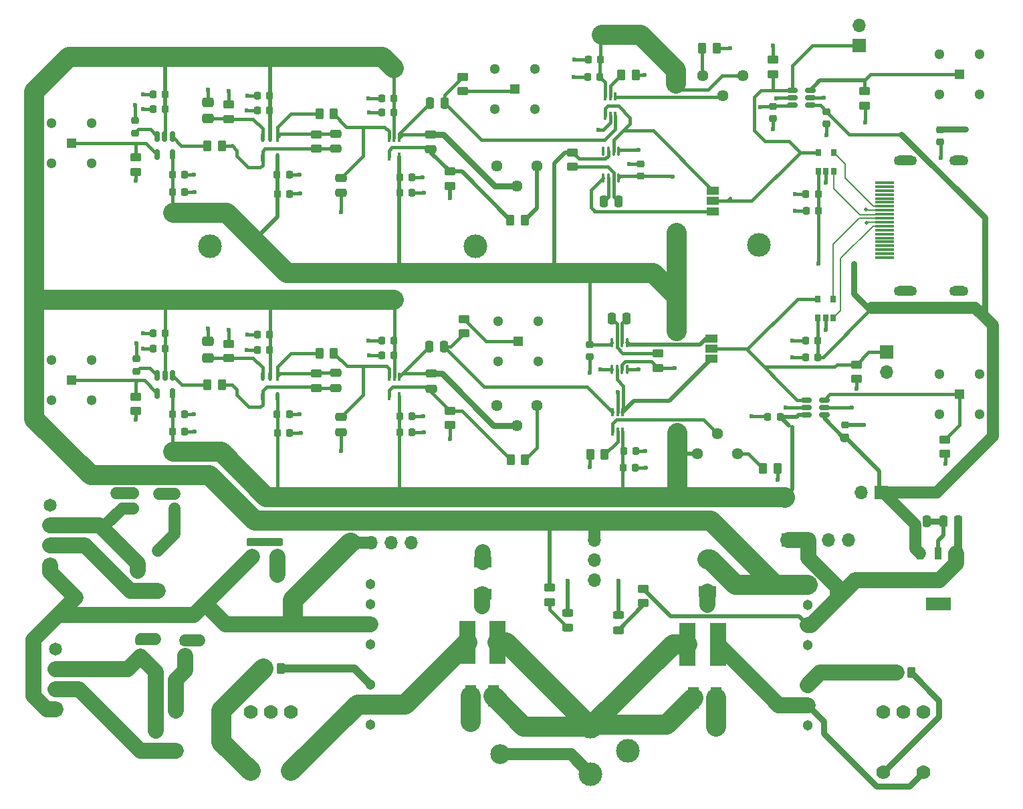
<source format=gbr>
%TF.GenerationSoftware,KiCad,Pcbnew,8.0.8*%
%TF.CreationDate,2025-08-11T17:01:40-07:00*%
%TF.ProjectId,bellamu,62656c6c-616d-4752-9e6b-696361645f70,rev?*%
%TF.SameCoordinates,Original*%
%TF.FileFunction,Copper,L1,Top*%
%TF.FilePolarity,Positive*%
%FSLAX46Y46*%
G04 Gerber Fmt 4.6, Leading zero omitted, Abs format (unit mm)*
G04 Created by KiCad (PCBNEW 8.0.8) date 2025-08-11 17:01:40*
%MOMM*%
%LPD*%
G01*
G04 APERTURE LIST*
G04 Aperture macros list*
%AMRoundRect*
0 Rectangle with rounded corners*
0 $1 Rounding radius*
0 $2 $3 $4 $5 $6 $7 $8 $9 X,Y pos of 4 corners*
0 Add a 4 corners polygon primitive as box body*
4,1,4,$2,$3,$4,$5,$6,$7,$8,$9,$2,$3,0*
0 Add four circle primitives for the rounded corners*
1,1,$1+$1,$2,$3*
1,1,$1+$1,$4,$5*
1,1,$1+$1,$6,$7*
1,1,$1+$1,$8,$9*
0 Add four rect primitives between the rounded corners*
20,1,$1+$1,$2,$3,$4,$5,0*
20,1,$1+$1,$4,$5,$6,$7,0*
20,1,$1+$1,$6,$7,$8,$9,0*
20,1,$1+$1,$8,$9,$2,$3,0*%
G04 Aperture macros list end*
%TA.AperFunction,EtchedComponent*%
%ADD10C,0.000000*%
%TD*%
%TA.AperFunction,SMDPad,CuDef*%
%ADD11RoundRect,0.250000X-0.450000X0.262500X-0.450000X-0.262500X0.450000X-0.262500X0.450000X0.262500X0*%
%TD*%
%TA.AperFunction,SMDPad,CuDef*%
%ADD12RoundRect,0.250000X0.450000X-0.262500X0.450000X0.262500X-0.450000X0.262500X-0.450000X-0.262500X0*%
%TD*%
%TA.AperFunction,ComponentPad*%
%ADD13R,1.700000X1.700000*%
%TD*%
%TA.AperFunction,ComponentPad*%
%ADD14O,1.700000X1.700000*%
%TD*%
%TA.AperFunction,SMDPad,CuDef*%
%ADD15R,1.500000X1.000000*%
%TD*%
%TA.AperFunction,ComponentPad*%
%ADD16C,3.000000*%
%TD*%
%TA.AperFunction,SMDPad,CuDef*%
%ADD17RoundRect,0.225000X-0.250000X0.225000X-0.250000X-0.225000X0.250000X-0.225000X0.250000X0.225000X0*%
%TD*%
%TA.AperFunction,ComponentPad*%
%ADD18C,2.500000*%
%TD*%
%TA.AperFunction,SMDPad,CuDef*%
%ADD19RoundRect,0.250000X-0.250000X-0.475000X0.250000X-0.475000X0.250000X0.475000X-0.250000X0.475000X0*%
%TD*%
%TA.AperFunction,SMDPad,CuDef*%
%ADD20RoundRect,0.225000X0.250000X-0.225000X0.250000X0.225000X-0.250000X0.225000X-0.250000X-0.225000X0*%
%TD*%
%TA.AperFunction,ComponentPad*%
%ADD21C,1.300000*%
%TD*%
%TA.AperFunction,ComponentPad*%
%ADD22R,1.300000X1.300000*%
%TD*%
%TA.AperFunction,SMDPad,CuDef*%
%ADD23R,0.650001X0.900001*%
%TD*%
%TA.AperFunction,SMDPad,CuDef*%
%ADD24O,0.349999X1.200000*%
%TD*%
%TA.AperFunction,SMDPad,CuDef*%
%ADD25RoundRect,0.150000X0.512500X0.150000X-0.512500X0.150000X-0.512500X-0.150000X0.512500X-0.150000X0*%
%TD*%
%TA.AperFunction,SMDPad,CuDef*%
%ADD26R,0.355600X1.079500*%
%TD*%
%TA.AperFunction,SMDPad,CuDef*%
%ADD27R,0.304800X1.079500*%
%TD*%
%TA.AperFunction,SMDPad,CuDef*%
%ADD28R,0.457200X1.219200*%
%TD*%
%TA.AperFunction,SMDPad,CuDef*%
%ADD29O,0.457200X1.219200*%
%TD*%
%TA.AperFunction,SMDPad,CuDef*%
%ADD30RoundRect,0.150000X-0.150000X0.512500X-0.150000X-0.512500X0.150000X-0.512500X0.150000X0.512500X0*%
%TD*%
%TA.AperFunction,ComponentPad*%
%ADD31C,1.440000*%
%TD*%
%TA.AperFunction,SMDPad,CuDef*%
%ADD32RoundRect,0.250000X0.262500X0.450000X-0.262500X0.450000X-0.262500X-0.450000X0.262500X-0.450000X0*%
%TD*%
%TA.AperFunction,SMDPad,CuDef*%
%ADD33RoundRect,0.250000X-0.262500X-0.450000X0.262500X-0.450000X0.262500X0.450000X-0.262500X0.450000X0*%
%TD*%
%TA.AperFunction,SMDPad,CuDef*%
%ADD34RoundRect,0.225000X0.225000X0.250000X-0.225000X0.250000X-0.225000X-0.250000X0.225000X-0.250000X0*%
%TD*%
%TA.AperFunction,SMDPad,CuDef*%
%ADD35RoundRect,0.250000X0.250000X0.475000X-0.250000X0.475000X-0.250000X-0.475000X0.250000X-0.475000X0*%
%TD*%
%TA.AperFunction,SMDPad,CuDef*%
%ADD36RoundRect,0.225000X-0.225000X-0.250000X0.225000X-0.250000X0.225000X0.250000X-0.225000X0.250000X0*%
%TD*%
%TA.AperFunction,SMDPad,CuDef*%
%ADD37RoundRect,0.250000X0.475000X-0.250000X0.475000X0.250000X-0.475000X0.250000X-0.475000X-0.250000X0*%
%TD*%
%TA.AperFunction,SMDPad,CuDef*%
%ADD38RoundRect,0.250000X-0.475000X0.337500X-0.475000X-0.337500X0.475000X-0.337500X0.475000X0.337500X0*%
%TD*%
%TA.AperFunction,SMDPad,CuDef*%
%ADD39RoundRect,0.243750X0.456250X-0.243750X0.456250X0.243750X-0.456250X0.243750X-0.456250X-0.243750X0*%
%TD*%
%TA.AperFunction,SMDPad,CuDef*%
%ADD40RoundRect,0.243750X-0.456250X0.243750X-0.456250X-0.243750X0.456250X-0.243750X0.456250X0.243750X0*%
%TD*%
%TA.AperFunction,SMDPad,CuDef*%
%ADD41R,0.838200X1.600200*%
%TD*%
%TA.AperFunction,ComponentPad*%
%ADD42O,2.413000X1.270000*%
%TD*%
%TA.AperFunction,ComponentPad*%
%ADD43O,2.921000X1.270000*%
%TD*%
%TA.AperFunction,SMDPad,CuDef*%
%ADD44R,2.387600X0.304800*%
%TD*%
%TA.AperFunction,ComponentPad*%
%ADD45C,1.303000*%
%TD*%
%TA.AperFunction,ComponentPad*%
%ADD46C,1.778000*%
%TD*%
%TA.AperFunction,ComponentPad*%
%ADD47C,1.650000*%
%TD*%
%TA.AperFunction,ComponentPad*%
%ADD48R,1.650000X1.650000*%
%TD*%
%TA.AperFunction,SMDPad,CuDef*%
%ADD49R,2.159000X5.511800*%
%TD*%
%TA.AperFunction,SMDPad,CuDef*%
%ADD50R,2.310000X1.470000*%
%TD*%
%TA.AperFunction,SMDPad,CuDef*%
%ADD51R,1.370000X2.810000*%
%TD*%
%TA.AperFunction,ViaPad*%
%ADD52C,0.600000*%
%TD*%
%TA.AperFunction,ViaPad*%
%ADD53C,0.500000*%
%TD*%
%TA.AperFunction,Conductor*%
%ADD54C,0.400000*%
%TD*%
%TA.AperFunction,Conductor*%
%ADD55C,0.800000*%
%TD*%
%TA.AperFunction,Conductor*%
%ADD56C,1.500000*%
%TD*%
%TA.AperFunction,Conductor*%
%ADD57C,2.500000*%
%TD*%
%TA.AperFunction,Conductor*%
%ADD58C,0.500000*%
%TD*%
%TA.AperFunction,Conductor*%
%ADD59C,2.000000*%
%TD*%
%TA.AperFunction,Conductor*%
%ADD60C,0.200000*%
%TD*%
%TA.AperFunction,Conductor*%
%ADD61C,1.000000*%
%TD*%
%TA.AperFunction,Conductor*%
%ADD62C,0.750000*%
%TD*%
G04 APERTURE END LIST*
D10*
%TA.AperFunction,EtchedComponent*%
%TO.C,U4*%
G36*
X194939800Y-130045500D02*
G01*
X191790200Y-130045500D01*
X191790200Y-128445300D01*
X194939800Y-128445300D01*
X194939800Y-130045500D01*
G37*
%TD.AperFunction*%
%TD*%
D11*
%TO.P,R23,1*%
%TO.N,GND*%
X172400000Y-60375000D03*
%TO.P,R23,2*%
%TO.N,/jumper1/LEVEL_IN*%
X172400000Y-62200000D03*
%TD*%
D12*
%TO.P,R8,1*%
%TO.N,GND*%
X183000000Y-100750000D03*
%TO.P,R8,2*%
%TO.N,/jumper/LEVEL_IN*%
X183000000Y-98925000D03*
%TD*%
D13*
%TO.P,P6,1,1*%
%TO.N,+3.3V*%
X186190000Y-115145000D03*
D14*
%TO.P,P6,2,2*%
%TO.N,GND*%
X183650000Y-115145000D03*
%TD*%
D15*
%TO.P,JP1,1,A*%
%TO.N,/monostable1/MONO_OUT*%
X164850000Y-79545000D03*
%TO.P,JP1,2,C*%
%TO.N,/jumper1/LEVEL_IN*%
X164850000Y-78245000D03*
%TO.P,JP1,3,B*%
%TO.N,/discriminator3/DIS_OUT*%
X164850000Y-76945000D03*
%TD*%
D13*
%TO.P,P5,1,1*%
%TO.N,+15V*%
X119010000Y-121445000D03*
D14*
%TO.P,P5,2,2*%
X121550000Y-121445000D03*
%TO.P,P5,3,3*%
%TO.N,GND*%
X124090000Y-121445000D03*
%TO.P,P5,4,4*%
X126630000Y-121445000D03*
%TD*%
%TO.P,P4,4,4*%
%TO.N,GND*%
X181970000Y-121145000D03*
%TO.P,P4,3,3*%
X179430000Y-121145000D03*
%TO.P,P4,2,2*%
%TO.N,+5V*%
X176890000Y-121145000D03*
D13*
%TO.P,P4,1,1*%
X174350000Y-121145000D03*
%TD*%
%TO.P,P1,1,1*%
%TO.N,-5V*%
X149850000Y-118605000D03*
D14*
%TO.P,P1,2,2*%
X149850000Y-121145000D03*
%TO.P,P1,3,3*%
%TO.N,GND*%
X149850000Y-123685000D03*
%TO.P,P1,4,4*%
X149850000Y-126225000D03*
%TD*%
D16*
%TO.P,TP5,1,1*%
%TO.N,GND*%
X170650000Y-83845000D03*
%TD*%
%TO.P,TP3,1,1*%
%TO.N,GND*%
X134750000Y-83945000D03*
%TD*%
%TO.P,TP2,1,1*%
%TO.N,GND*%
X101150000Y-83945000D03*
%TD*%
D17*
%TO.P,C61,2*%
%TO.N,Net-(C61-Pad2)*%
X193600000Y-70775000D03*
%TO.P,C61,1*%
%TO.N,GND*%
X193600000Y-69225000D03*
%TD*%
D18*
%TO.P,TP1,1,1*%
%TO.N,/power2/GND_RAW*%
X137925000Y-148270000D03*
%TD*%
D19*
%TO.P,C60,1*%
%TO.N,Net-(U9-VOUT)*%
X128975000Y-65895000D03*
%TO.P,C60,2*%
%TO.N,/ch1/AMP_OUT*%
X130875000Y-65895000D03*
%TD*%
%TO.P,C59,2*%
%TO.N,/ch0/AMP_OUT*%
X130825000Y-96695000D03*
%TO.P,C59,1*%
%TO.N,Net-(U6-VOUT)*%
X128925000Y-96695000D03*
%TD*%
D20*
%TO.P,C58,1*%
%TO.N,Net-(U7-VREF)*%
X91625000Y-69645000D03*
%TO.P,C58,2*%
%TO.N,GND*%
X91625000Y-68095000D03*
%TD*%
%TO.P,C57,1*%
%TO.N,Net-(U1-VREF)*%
X91825000Y-99795000D03*
%TO.P,C57,2*%
%TO.N,GND*%
X91825000Y-98245000D03*
%TD*%
D21*
%TO.P,J6,5*%
%TO.N,N/C*%
X86200000Y-73445000D03*
%TO.P,J6,4*%
X81120000Y-73445000D03*
%TO.P,J6,3*%
X81120000Y-68365000D03*
%TO.P,J6,2,Ext*%
%TO.N,GND*%
X86200000Y-68365000D03*
D22*
%TO.P,J6,1,In*%
%TO.N,/ch1/AMP_IN*%
X83660000Y-70905000D03*
%TD*%
%TO.P,J1,1,In*%
%TO.N,/ch0/AMP_IN*%
X83660000Y-100905000D03*
D21*
%TO.P,J1,2,Ext*%
%TO.N,GND*%
X86200000Y-98365000D03*
%TO.P,J1,3*%
%TO.N,N/C*%
X81120000Y-98365000D03*
%TO.P,J1,4*%
X81120000Y-103445000D03*
%TO.P,J1,5*%
X86200000Y-103445000D03*
%TD*%
D23*
%TO.P,U16,5,D*%
%TO.N,/jumper1/LEVEL_IN*%
X178210002Y-72115001D03*
%TO.P,U16,4,Y*%
%TO.N,/output1/LVDS_OUT+*%
X180110001Y-72115001D03*
%TO.P,U16,3,Z*%
%TO.N,/output1/LVDS_OUT-*%
X180110001Y-74515001D03*
%TO.P,U16,2,GND*%
%TO.N,GND*%
X179160003Y-74515001D03*
%TO.P,U16,1,VCC*%
%TO.N,+3.3V*%
X178210002Y-74515001D03*
%TD*%
D24*
%TO.P,U15,1,A_N*%
%TO.N,GND*%
X152900001Y-71924999D03*
%TO.P,U15,2,B*%
%TO.N,/discriminator3/DIS_OUT*%
X152250000Y-71924999D03*
%TO.P,U15,3,CLR_N*%
%TO.N,+5V*%
X151600001Y-71924999D03*
%TO.P,U15,4,GND*%
%TO.N,GND*%
X150950000Y-71924999D03*
%TO.P,U15,5,Q*%
%TO.N,/monostable1/MONO_OUT*%
X150950000Y-75325000D03*
%TO.P,U15,6,CEXT*%
%TO.N,Net-(U15-CEXT)*%
X151600001Y-75325000D03*
%TO.P,U15,7,REXT_CEXT*%
%TO.N,Net-(U15-REXT_CEXT)*%
X152250000Y-75325000D03*
%TO.P,U15,8,VCC*%
%TO.N,+5V*%
X152900001Y-75325000D03*
%TD*%
D25*
%TO.P,U11,1,VCCA*%
%TO.N,+3.3V*%
X177150000Y-66150000D03*
%TO.P,U11,2,GND*%
%TO.N,GND*%
X177150000Y-65200000D03*
%TO.P,U11,3,A*%
%TO.N,/jumper1/LEVEL_OUT*%
X177150000Y-64250000D03*
%TO.P,U11,4,B*%
%TO.N,/jumper1/LEVEL_IN*%
X174875000Y-64250000D03*
%TO.P,U11,5,DIR*%
%TO.N,GND*%
X174875000Y-65200000D03*
%TO.P,U11,6,VCCB*%
%TO.N,+5V*%
X174875000Y-66150000D03*
%TD*%
D26*
%TO.P,U10,6,VCCI/VCCO*%
%TO.N,+5V*%
X151200000Y-65044650D03*
%TO.P,U10,5,LE/HYS*%
%TO.N,Net-(U10-LE{slash}HYS)*%
X151849999Y-65044650D03*
%TO.P,U10,4,VN*%
%TO.N,Net-(U10-VN)*%
X152499998Y-65044650D03*
%TO.P,U10,3,VP*%
%TO.N,/ch1/AMP_OUT*%
X152499998Y-67470350D03*
%TO.P,U10,2,GND*%
%TO.N,GND*%
X151849999Y-67470350D03*
%TO.P,U10,1,Q*%
%TO.N,/discriminator3/DIS_OUT*%
X151200000Y-67470350D03*
%TD*%
D27*
%TO.P,U9,1,VOUT*%
%TO.N,Net-(U9-VOUT)*%
X125124998Y-70229300D03*
%TO.P,U9,2,-VS*%
%TO.N,-5V*%
X124474999Y-70229300D03*
%TO.P,U9,3,+IN*%
%TO.N,Net-(U9-+IN)*%
X123825000Y-70229300D03*
%TO.P,U9,4,-IN*%
%TO.N,Net-(U9--IN)*%
X123825000Y-72655000D03*
%TO.P,U9,5,+VS*%
%TO.N,+5V*%
X125124998Y-72655000D03*
%TD*%
D28*
%TO.P,U8,1,OUT*%
%TO.N,Net-(U8-OUT)*%
X109700000Y-70155000D03*
D29*
%TO.P,U8,2,V-*%
%TO.N,-5V*%
X108749999Y-70155000D03*
%TO.P,U8,3,+IN*%
%TO.N,Net-(U8-+IN)*%
X107799998Y-70155000D03*
%TO.P,U8,4,-IN*%
%TO.N,Net-(U8--IN)*%
X107799998Y-72775000D03*
%TO.P,U8,5,V+*%
%TO.N,+5V*%
X109700000Y-72775000D03*
%TD*%
D30*
%TO.P,U7,1*%
%TO.N,Net-(R18-Pad1)*%
X96375000Y-70065000D03*
%TO.P,U7,2,V-*%
%TO.N,-5V*%
X95425000Y-70065000D03*
%TO.P,U7,3,VREF*%
%TO.N,Net-(U7-VREF)*%
X94475000Y-70065000D03*
%TO.P,U7,4,IN*%
%TO.N,/ch1/AMP_IN*%
X94475000Y-72340000D03*
%TO.P,U7,5,V+*%
%TO.N,+5V*%
X96375000Y-72340000D03*
%TD*%
D31*
%TO.P,RV3,3,3*%
%TO.N,Net-(R27-Pad1)*%
X163510000Y-62405000D03*
%TO.P,RV3,2,2*%
%TO.N,Net-(U10-VN)*%
X166050000Y-64945000D03*
%TO.P,RV3,1,1*%
%TO.N,+5V*%
X168590000Y-62405000D03*
%TD*%
%TO.P,RV2,1,1*%
%TO.N,Net-(R25-Pad2)*%
X142552500Y-73855000D03*
%TO.P,RV2,2,2*%
%TO.N,Net-(U9-VOUT)*%
X140012500Y-76395000D03*
%TO.P,RV2,3,3*%
%TO.N,unconnected-(RV2-Pad3)*%
X137472500Y-73855000D03*
%TD*%
D11*
%TO.P,R33,1*%
%TO.N,+5V*%
X147050000Y-72099999D03*
%TO.P,R33,2*%
%TO.N,Net-(U15-REXT_CEXT)*%
X147050000Y-73924999D03*
%TD*%
D32*
%TO.P,R30,1*%
%TO.N,GND*%
X155047498Y-62274650D03*
%TO.P,R30,2*%
%TO.N,Net-(U10-LE{slash}HYS)*%
X153222498Y-62274650D03*
%TD*%
D33*
%TO.P,R27,2*%
%TO.N,GND*%
X165324997Y-58945000D03*
%TO.P,R27,1*%
%TO.N,Net-(R27-Pad1)*%
X163499997Y-58945000D03*
%TD*%
%TO.P,R25,1*%
%TO.N,Net-(U9--IN)*%
X139200000Y-80695000D03*
%TO.P,R25,2*%
%TO.N,Net-(R25-Pad2)*%
X141025000Y-80695000D03*
%TD*%
D12*
%TO.P,R22,1*%
%TO.N,GND*%
X131524998Y-76355000D03*
%TO.P,R22,2*%
%TO.N,Net-(U9--IN)*%
X131524998Y-74530000D03*
%TD*%
D33*
%TO.P,R21,1*%
%TO.N,Net-(U8-OUT)*%
X114999998Y-67255000D03*
%TO.P,R21,2*%
%TO.N,Net-(U9-+IN)*%
X116824998Y-67255000D03*
%TD*%
D12*
%TO.P,R20,1*%
%TO.N,Net-(U8--IN)*%
X114624998Y-71655000D03*
%TO.P,R20,2*%
%TO.N,Net-(U8-OUT)*%
X114624998Y-69830000D03*
%TD*%
D11*
%TO.P,R19,1*%
%TO.N,GND*%
X103525000Y-66040000D03*
%TO.P,R19,2*%
%TO.N,Net-(U8-+IN)*%
X103525000Y-67865000D03*
%TD*%
D33*
%TO.P,R18,1*%
%TO.N,Net-(R18-Pad1)*%
X100825000Y-71240000D03*
%TO.P,R18,2*%
%TO.N,Net-(U8--IN)*%
X102650000Y-71240000D03*
%TD*%
D11*
%TO.P,R17,1*%
%TO.N,/ch1/AMP_IN*%
X91765000Y-72727500D03*
%TO.P,R17,2*%
%TO.N,GND*%
X91765000Y-74552500D03*
%TD*%
%TO.P,R16,1*%
%TO.N,/jumper1/LEVEL_OUT*%
X184000000Y-64375000D03*
%TO.P,R16,2*%
%TO.N,GND*%
X184000000Y-66200000D03*
%TD*%
%TO.P,R15,1*%
%TO.N,/ch1/AMP_OUT*%
X133150000Y-62532500D03*
%TO.P,R15,2*%
%TO.N,Net-(J8-In)*%
X133150000Y-64357500D03*
%TD*%
D13*
%TO.P,P3,1,1*%
%TO.N,/jumper1/LEVEL_IN*%
X183400000Y-58600000D03*
D14*
%TO.P,P3,2,2*%
%TO.N,GND*%
X183400000Y-56060000D03*
%TD*%
D21*
%TO.P,J10,5*%
%TO.N,N/C*%
X193520000Y-64780000D03*
%TO.P,J10,4*%
X193520000Y-59700000D03*
%TO.P,J10,3*%
X198600000Y-59700000D03*
%TO.P,J10,2,Ext*%
%TO.N,GND*%
X198600000Y-64780000D03*
D22*
%TO.P,J10,1,In*%
%TO.N,/jumper1/LEVEL_OUT*%
X196060000Y-62240000D03*
%TD*%
%TO.P,J8,1,In*%
%TO.N,Net-(J8-In)*%
X139735700Y-64104998D03*
D21*
%TO.P,J8,2,Ext*%
%TO.N,GND*%
X137195700Y-66644998D03*
%TO.P,J8,3*%
%TO.N,N/C*%
X142275700Y-66644998D03*
%TO.P,J8,4*%
X142275700Y-61564998D03*
%TO.P,J8,5*%
X137195700Y-61564998D03*
%TD*%
D34*
%TO.P,C56,1*%
%TO.N,+3.3V*%
X178225000Y-79495000D03*
%TO.P,C56,2*%
%TO.N,GND*%
X176675000Y-79495000D03*
%TD*%
%TO.P,C55,1*%
%TO.N,+3.3V*%
X178175000Y-77395000D03*
%TO.P,C55,2*%
%TO.N,GND*%
X176625000Y-77395000D03*
%TD*%
D35*
%TO.P,C54,1*%
%TO.N,Net-(U15-REXT_CEXT)*%
X152900000Y-78324999D03*
%TO.P,C54,2*%
%TO.N,Net-(U15-CEXT)*%
X151000000Y-78324999D03*
%TD*%
D20*
%TO.P,C53,1*%
%TO.N,+5V*%
X155700001Y-75074999D03*
%TO.P,C53,2*%
%TO.N,GND*%
X155700001Y-73524999D03*
%TD*%
D17*
%TO.P,C51,1*%
%TO.N,+3.3V*%
X179225000Y-66945000D03*
%TO.P,C51,2*%
%TO.N,GND*%
X179225000Y-68495000D03*
%TD*%
%TO.P,C50,1*%
%TO.N,+5V*%
X172425000Y-66295000D03*
%TO.P,C50,2*%
%TO.N,GND*%
X172425000Y-67845000D03*
%TD*%
D34*
%TO.P,C49,1*%
%TO.N,+5V*%
X150599998Y-60355000D03*
%TO.P,C49,2*%
%TO.N,GND*%
X149049998Y-60355000D03*
%TD*%
%TO.P,C48,1*%
%TO.N,+5V*%
X150549998Y-62544650D03*
%TO.P,C48,2*%
%TO.N,GND*%
X148999998Y-62544650D03*
%TD*%
%TO.P,C47,1*%
%TO.N,-5V*%
X124450000Y-67045000D03*
%TO.P,C47,2*%
%TO.N,GND*%
X122900000Y-67045000D03*
%TD*%
D36*
%TO.P,C46,1*%
%TO.N,GND*%
X122890002Y-65245000D03*
%TO.P,C46,2*%
%TO.N,-5V*%
X124440002Y-65245000D03*
%TD*%
D37*
%TO.P,C45,1*%
%TO.N,Net-(U9--IN)*%
X129124998Y-71730000D03*
%TO.P,C45,2*%
%TO.N,Net-(U9-VOUT)*%
X129124998Y-69830000D03*
%TD*%
D36*
%TO.P,C44,1*%
%TO.N,+5V*%
X125157502Y-77230000D03*
%TO.P,C44,2*%
%TO.N,GND*%
X126707502Y-77230000D03*
%TD*%
D34*
%TO.P,C43,1*%
%TO.N,GND*%
X126707502Y-75230000D03*
%TO.P,C43,2*%
%TO.N,+5V*%
X125157502Y-75230000D03*
%TD*%
D37*
%TO.P,C42,1*%
%TO.N,GND*%
X117724998Y-77230000D03*
%TO.P,C42,2*%
%TO.N,Net-(U9-+IN)*%
X117724998Y-75330000D03*
%TD*%
D34*
%TO.P,C41,1*%
%TO.N,-5V*%
X108715000Y-66830000D03*
%TO.P,C41,2*%
%TO.N,GND*%
X107165000Y-66830000D03*
%TD*%
D36*
%TO.P,C39,1*%
%TO.N,GND*%
X107165000Y-64930000D03*
%TO.P,C39,2*%
%TO.N,-5V*%
X108715000Y-64930000D03*
%TD*%
D37*
%TO.P,C38,1*%
%TO.N,Net-(U8--IN)*%
X117024998Y-71655000D03*
%TO.P,C38,2*%
%TO.N,Net-(U8-OUT)*%
X117024998Y-69755000D03*
%TD*%
D34*
%TO.P,C37,1*%
%TO.N,GND*%
X111190000Y-74930000D03*
%TO.P,C37,2*%
%TO.N,+5V*%
X109640000Y-74930000D03*
%TD*%
D36*
%TO.P,C36,1*%
%TO.N,+5V*%
X109665000Y-77355000D03*
%TO.P,C36,2*%
%TO.N,GND*%
X111215000Y-77355000D03*
%TD*%
D38*
%TO.P,C35,1*%
%TO.N,GND*%
X100925000Y-65765000D03*
%TO.P,C35,2*%
%TO.N,Net-(U8-+IN)*%
X100925000Y-67840000D03*
%TD*%
D34*
%TO.P,C33,1*%
%TO.N,-5V*%
X95490000Y-66630000D03*
%TO.P,C33,2*%
%TO.N,GND*%
X93940000Y-66630000D03*
%TD*%
%TO.P,C32,1*%
%TO.N,GND*%
X97925000Y-74940000D03*
%TO.P,C32,2*%
%TO.N,+5V*%
X96375000Y-74940000D03*
%TD*%
D36*
%TO.P,C31,1*%
%TO.N,GND*%
X93940000Y-64730000D03*
%TO.P,C31,2*%
%TO.N,-5V*%
X95490000Y-64730000D03*
%TD*%
%TO.P,C30,1*%
%TO.N,+5V*%
X96400000Y-77140000D03*
%TO.P,C30,2*%
%TO.N,GND*%
X97950000Y-77140000D03*
%TD*%
D20*
%TO.P,C25,2*%
%TO.N,GND*%
X181582191Y-106592809D03*
%TO.P,C25,1*%
%TO.N,+3.3V*%
X181582191Y-108142809D03*
%TD*%
D34*
%TO.P,C24,1*%
%TO.N,+5V*%
X173344691Y-105532809D03*
%TO.P,C24,2*%
%TO.N,GND*%
X171794691Y-105532809D03*
%TD*%
D17*
%TO.P,C21,2*%
%TO.N,GND*%
X149220000Y-97955000D03*
%TO.P,C21,1*%
%TO.N,+5V*%
X149220000Y-96405000D03*
%TD*%
D39*
%TO.P,D3,1,K*%
%TO.N,Net-(D3-K)*%
X146460000Y-132245000D03*
%TO.P,D3,2,A*%
%TO.N,GND*%
X146460000Y-130370000D03*
%TD*%
D40*
%TO.P,D2,2,A*%
%TO.N,Net-(D2-A)*%
X152850000Y-132545000D03*
%TO.P,D2,1,K*%
%TO.N,GND*%
X152850000Y-130670000D03*
%TD*%
D25*
%TO.P,U5,1,VCCA*%
%TO.N,+3.3V*%
X178957191Y-105317809D03*
%TO.P,U5,2,GND*%
%TO.N,GND*%
X178957191Y-104367809D03*
%TO.P,U5,3,A*%
%TO.N,/jumper/LEVEL_OUT*%
X178957191Y-103417809D03*
%TO.P,U5,4,B*%
%TO.N,/jumper/LEVEL_IN*%
X176682191Y-103417809D03*
%TO.P,U5,5,DIR*%
%TO.N,GND*%
X176682191Y-104367809D03*
%TO.P,U5,6,VCCB*%
%TO.N,+5V*%
X176682191Y-105317809D03*
%TD*%
D11*
%TO.P,R9,2*%
%TO.N,GND*%
X194240000Y-110240000D03*
%TO.P,R9,1*%
%TO.N,/jumper/LEVEL_OUT*%
X194240000Y-108415000D03*
%TD*%
D30*
%TO.P,U1,1*%
%TO.N,Net-(R3-Pad1)*%
X96385000Y-100330000D03*
%TO.P,U1,2,V-*%
%TO.N,-5V*%
X95435000Y-100330000D03*
%TO.P,U1,3,VREF*%
%TO.N,Net-(U1-VREF)*%
X94485000Y-100330000D03*
%TO.P,U1,4,IN*%
%TO.N,/ch0/AMP_IN*%
X94485000Y-102605000D03*
%TO.P,U1,5,V+*%
%TO.N,+5V*%
X96385000Y-102605000D03*
%TD*%
D34*
%TO.P,C29,2*%
%TO.N,GND*%
X93950000Y-96895000D03*
%TO.P,C29,1*%
%TO.N,-5V*%
X95500000Y-96895000D03*
%TD*%
%TO.P,C28,2*%
%TO.N,+5V*%
X96385000Y-105205000D03*
%TO.P,C28,1*%
%TO.N,GND*%
X97935000Y-105205000D03*
%TD*%
D36*
%TO.P,C27,2*%
%TO.N,-5V*%
X95500000Y-94995000D03*
%TO.P,C27,1*%
%TO.N,GND*%
X93950000Y-94995000D03*
%TD*%
%TO.P,C26,2*%
%TO.N,GND*%
X97960000Y-107405000D03*
%TO.P,C26,1*%
%TO.N,+5V*%
X96410000Y-107405000D03*
%TD*%
D13*
%TO.P,P2,1,1*%
%TO.N,/jumper/LEVEL_IN*%
X186825000Y-97350000D03*
D14*
%TO.P,P2,2,2*%
%TO.N,GND*%
X186825000Y-99890000D03*
%TD*%
D41*
%TO.P,U4,1,IN*%
%TO.N,+5V*%
X195665000Y-122844600D03*
%TO.P,U4,2,GND*%
%TO.N,Net-(C13-Pad2)*%
X193365000Y-122844600D03*
%TO.P,U4,3,OUT*%
%TO.N,+3.3V*%
X191065000Y-122844600D03*
%TD*%
D33*
%TO.P,R14,1*%
%TO.N,GND*%
X149312500Y-110295000D03*
%TO.P,R14,2*%
%TO.N,Net-(U12-LE{slash}HYS)*%
X151137500Y-110295000D03*
%TD*%
%TO.P,R10,1*%
%TO.N,Net-(U6--IN)*%
X139210000Y-110960000D03*
%TO.P,R10,2*%
%TO.N,Net-(R10-Pad2)*%
X141035000Y-110960000D03*
%TD*%
D34*
%TO.P,C23,1*%
%TO.N,+3.3V*%
X178125000Y-97995000D03*
%TO.P,C23,2*%
%TO.N,GND*%
X176575000Y-97995000D03*
%TD*%
%TO.P,C22,1*%
%TO.N,+3.3V*%
X178125000Y-95945000D03*
%TO.P,C22,2*%
%TO.N,GND*%
X176575000Y-95945000D03*
%TD*%
D19*
%TO.P,C20,1*%
%TO.N,+3.3V*%
X190015000Y-118745000D03*
%TO.P,C20,2*%
%TO.N,Net-(C13-Pad2)*%
X191915000Y-118745000D03*
%TD*%
D35*
%TO.P,C13,1*%
%TO.N,+5V*%
X195915000Y-118745000D03*
%TO.P,C13,2*%
%TO.N,Net-(C13-Pad2)*%
X194015000Y-118745000D03*
%TD*%
D42*
%TO.P,J5,24,SHIELD*%
%TO.N,Net-(C61-Pad2)*%
X195943802Y-73178400D03*
%TO.P,J5,23,SHIELD*%
X195943802Y-89678400D03*
D43*
%TO.P,J5,22,SHIELD*%
X189163744Y-73178400D03*
%TO.P,J5,21,SHIELD*%
X189163744Y-89678400D03*
D44*
%TO.P,J5,20,20*%
%TO.N,unconnected-(J5-Pad20)*%
X186563800Y-85428400D03*
%TO.P,J5,19,19*%
%TO.N,unconnected-(J5-Pad19)*%
X186563800Y-84928401D03*
%TO.P,J5,18,18*%
%TO.N,unconnected-(J5-Pad18)*%
X186563800Y-84428399D03*
%TO.P,J5,17,17*%
%TO.N,unconnected-(J5-Pad17)*%
X186563800Y-83928400D03*
%TO.P,J5,16,16*%
%TO.N,unconnected-(J5-Pad16)*%
X186563800Y-83428401D03*
%TO.P,J5,15,15*%
%TO.N,unconnected-(J5-Pad15)*%
X186563800Y-82928400D03*
%TO.P,J5,14,14*%
%TO.N,unconnected-(J5-Pad14)*%
X186563800Y-82428401D03*
%TO.P,J5,13,13*%
%TO.N,unconnected-(J5-Pad13)*%
X186563800Y-81928399D03*
%TO.P,J5,12,12*%
%TO.N,/output/LVDS_OUT-*%
X186563800Y-81428400D03*
%TO.P,J5,11,11*%
%TO.N,GND*%
X186563800Y-80928401D03*
%TO.P,J5,10,10*%
%TO.N,/output/LVDS_OUT+*%
X186563800Y-80428399D03*
%TO.P,J5,9,9*%
%TO.N,/output1/LVDS_OUT-*%
X186563800Y-79928400D03*
%TO.P,J5,8,8*%
%TO.N,GND*%
X186563800Y-79428399D03*
%TO.P,J5,7,7*%
%TO.N,/output1/LVDS_OUT+*%
X186563800Y-78928400D03*
%TO.P,J5,6,6*%
%TO.N,unconnected-(J5-Pad6)*%
X186563800Y-78428401D03*
%TO.P,J5,5,5*%
%TO.N,unconnected-(J5-Pad5)*%
X186563800Y-77928399D03*
%TO.P,J5,4,4*%
%TO.N,unconnected-(J5-Pad4)*%
X186563800Y-77428400D03*
%TO.P,J5,3,3*%
%TO.N,unconnected-(J5-Pad3)*%
X186563800Y-76928399D03*
%TO.P,J5,2,2*%
%TO.N,unconnected-(J5-Pad2)*%
X186563800Y-76428400D03*
%TO.P,J5,1,1*%
%TO.N,unconnected-(J5-Pad1)*%
X186563800Y-75928401D03*
%TD*%
D26*
%TO.P,U12,1,Q*%
%TO.N,/discriminator2/DIS_OUT*%
X153409998Y-104969300D03*
%TO.P,U12,2,GND*%
%TO.N,GND*%
X152759999Y-104969300D03*
%TO.P,U12,3,VP*%
%TO.N,/ch0/AMP_OUT*%
X152110000Y-104969300D03*
%TO.P,U12,4,VN*%
%TO.N,Net-(U12-VN)*%
X152110000Y-107395000D03*
%TO.P,U12,5,LE/HYS*%
%TO.N,Net-(U12-LE{slash}HYS)*%
X152759999Y-107395000D03*
%TO.P,U12,6,VCCI/VCCO*%
%TO.N,+5V*%
X153409998Y-107395000D03*
%TD*%
D36*
%TO.P,C19,2*%
%TO.N,GND*%
X155075000Y-109895000D03*
%TO.P,C19,1*%
%TO.N,+5V*%
X153525000Y-109895000D03*
%TD*%
%TO.P,C18,1*%
%TO.N,+5V*%
X153475000Y-111995000D03*
%TO.P,C18,2*%
%TO.N,GND*%
X155025000Y-111995000D03*
%TD*%
%TO.P,C11,1*%
%TO.N,+5V*%
X125167502Y-107495000D03*
%TO.P,C11,2*%
%TO.N,GND*%
X126717502Y-107495000D03*
%TD*%
D34*
%TO.P,C10,2*%
%TO.N,+5V*%
X125167502Y-105495000D03*
%TO.P,C10,1*%
%TO.N,GND*%
X126717502Y-105495000D03*
%TD*%
D36*
%TO.P,C7,1*%
%TO.N,GND*%
X107175000Y-95195000D03*
%TO.P,C7,2*%
%TO.N,-5V*%
X108725000Y-95195000D03*
%TD*%
D34*
%TO.P,C3,2*%
%TO.N,+5V*%
X109650000Y-105195000D03*
%TO.P,C3,1*%
%TO.N,GND*%
X111200000Y-105195000D03*
%TD*%
D36*
%TO.P,C2,2*%
%TO.N,GND*%
X111225000Y-107620000D03*
%TO.P,C2,1*%
%TO.N,+5V*%
X109675000Y-107620000D03*
%TD*%
D31*
%TO.P,RV5,1,1*%
%TO.N,Net-(J9-Pin_2)*%
X94515000Y-127595000D03*
%TO.P,RV5,2,2*%
%TO.N,Net-(J9-Pin_3)*%
X91975000Y-125055000D03*
%TO.P,RV5,3,3*%
%TO.N,Net-(R29-Pad1)*%
X94515000Y-122515000D03*
%TD*%
%TO.P,RV6,3,3*%
%TO.N,Net-(R26-Pad1)*%
X96835000Y-142775000D03*
%TO.P,RV6,2,2*%
%TO.N,Net-(J7-Pin_3)*%
X94295000Y-145315000D03*
%TO.P,RV6,1,1*%
%TO.N,Net-(J7-Pin_2)*%
X96835000Y-147855000D03*
%TD*%
D33*
%TO.P,R7,1*%
%TO.N,Net-(U2-OUT)*%
X115009998Y-97520000D03*
%TO.P,R7,2*%
%TO.N,Net-(U6-+IN)*%
X116834998Y-97520000D03*
%TD*%
D31*
%TO.P,RV4,3,3*%
%TO.N,Net-(R31-Pad1)*%
X167970000Y-110250000D03*
%TO.P,RV4,2,2*%
%TO.N,Net-(U12-VN)*%
X165430000Y-107710000D03*
%TO.P,RV4,1,1*%
%TO.N,+5V*%
X162890000Y-110250000D03*
%TD*%
D45*
%TO.P,U3,8,-VOUT*%
%TO.N,-5V*%
X176820000Y-126800000D03*
%TO.P,U3,7,COMMON*%
%TO.N,GND*%
X176820000Y-129340000D03*
%TO.P,U3,6,+VOUT*%
%TO.N,+5V*%
X176820000Y-131880000D03*
%TO.P,U3,5*%
%TO.N,N/C*%
X176820000Y-134420000D03*
%TO.P,U3,3,REMOTE*%
%TO.N,Net-(U3-REMOTE)*%
X176820000Y-139500000D03*
%TO.P,U3,2,+VIN(VCC)*%
%TO.N,Net-(S2-NO)*%
X176820000Y-142040000D03*
%TO.P,U3,1,-VIN(GND)*%
%TO.N,/power2/GND_RAW*%
X176820000Y-144580000D03*
%TD*%
D29*
%TO.P,U2,5,V+*%
%TO.N,+5V*%
X109710000Y-103040000D03*
%TO.P,U2,4,-IN*%
%TO.N,Net-(U2--IN)*%
X107809998Y-103040000D03*
%TO.P,U2,3,+IN*%
%TO.N,Net-(U2-+IN)*%
X107809998Y-100420000D03*
%TO.P,U2,2,V-*%
%TO.N,-5V*%
X108759999Y-100420000D03*
D28*
%TO.P,U2,1,OUT*%
%TO.N,Net-(U2-OUT)*%
X109710000Y-100420000D03*
%TD*%
D46*
%TO.P,S1,5*%
%TO.N,N/C*%
X111410000Y-142895000D03*
%TO.P,S1,4*%
X108870000Y-142895000D03*
%TO.P,S1,3,NC*%
%TO.N,unconnected-(S1-NC-Pad3)*%
X106330000Y-142895000D03*
%TO.P,S1,2,COM*%
%TO.N,Net-(S1-COM)*%
X106330000Y-150515000D03*
%TO.P,S1,1,NO*%
%TO.N,Net-(PS1-+VIN(VCC))*%
X111410000Y-150515000D03*
%TD*%
D21*
%TO.P,J3,5*%
%TO.N,N/C*%
X137682500Y-98500000D03*
%TO.P,J3,4*%
X137682500Y-93420000D03*
%TO.P,J3,3*%
X142762500Y-93420000D03*
%TO.P,J3,2,Ext*%
%TO.N,GND*%
X142762500Y-98500000D03*
D22*
%TO.P,J3,1,In*%
%TO.N,Net-(J3-In)*%
X140222500Y-95960000D03*
%TD*%
D47*
%TO.P,J7,4,Pin_4*%
%TO.N,GND*%
X81620000Y-134980000D03*
%TO.P,J7,3,Pin_3*%
%TO.N,Net-(J7-Pin_3)*%
X81620000Y-137520000D03*
%TO.P,J7,2,Pin_2*%
%TO.N,Net-(J7-Pin_2)*%
X81620000Y-140060000D03*
D48*
%TO.P,J7,1,Pin_1*%
%TO.N,+15V*%
X81620000Y-142600000D03*
%TD*%
D23*
%TO.P,U14,5,D*%
%TO.N,/jumper/LEVEL_IN*%
X178147501Y-90645000D03*
%TO.P,U14,4,Y*%
%TO.N,/output/LVDS_OUT+*%
X180047500Y-90645000D03*
%TO.P,U14,3,Z*%
%TO.N,/output/LVDS_OUT-*%
X180047500Y-93045000D03*
%TO.P,U14,2,GND*%
%TO.N,GND*%
X179097502Y-93045000D03*
%TO.P,U14,1,VCC*%
%TO.N,+3.3V*%
X178147501Y-93045000D03*
%TD*%
D33*
%TO.P,R3,1*%
%TO.N,Net-(R3-Pad1)*%
X100835000Y-101505000D03*
%TO.P,R3,2*%
%TO.N,Net-(U2--IN)*%
X102660000Y-101505000D03*
%TD*%
D16*
%TO.P,J2,1*%
%TO.N,/power2/VIN_24_RAW*%
X149350000Y-144779925D03*
%TO.P,J2,2*%
%TO.N,/power2/GND_RAW*%
X149350000Y-150779925D03*
%TO.P,J2,3*%
%TO.N,unconnected-(J2-Pad3)*%
X154050000Y-147779925D03*
%TD*%
D46*
%TO.P,S2,5*%
%TO.N,N/C*%
X191520000Y-142885000D03*
%TO.P,S2,4*%
X188980000Y-142885000D03*
%TO.P,S2,3,NC*%
%TO.N,unconnected-(S2-NC-Pad3)*%
X186440000Y-142885000D03*
%TO.P,S2,2,COM*%
%TO.N,Net-(S2-COM)*%
X186440000Y-150505000D03*
%TO.P,S2,1,NO*%
%TO.N,Net-(S2-NO)*%
X191520000Y-150505000D03*
%TD*%
D11*
%TO.P,R11,1*%
%TO.N,Net-(D1-A)*%
X106505000Y-121426000D03*
%TO.P,R11,2*%
%TO.N,+15V*%
X106505000Y-123251000D03*
%TD*%
D45*
%TO.P,PS1,1,-VIN(GND)*%
%TO.N,/power2/GND_RAW*%
X121440000Y-144506000D03*
%TO.P,PS1,2,+VIN(VCC)*%
%TO.N,Net-(PS1-+VIN(VCC))*%
X121440000Y-141966000D03*
%TO.P,PS1,3,REMOTE*%
%TO.N,Net-(PS1-REMOTE)*%
X121440000Y-139426000D03*
%TO.P,PS1,5*%
%TO.N,N/C*%
X121440000Y-134346000D03*
%TO.P,PS1,6,+VOUT*%
%TO.N,+15V*%
X121440000Y-131806000D03*
%TO.P,PS1,7,-VOUT*%
%TO.N,GND*%
X121440000Y-129266000D03*
%TO.P,PS1,8,NC*%
%TO.N,unconnected-(PS1-NC-Pad8)*%
X121440000Y-126726000D03*
%TD*%
D33*
%TO.P,R24,2*%
%TO.N,Net-(S2-COM)*%
X189930000Y-137890000D03*
%TO.P,R24,1*%
%TO.N,Net-(U3-REMOTE)*%
X188105000Y-137890000D03*
%TD*%
D37*
%TO.P,C5,2*%
%TO.N,Net-(U2-OUT)*%
X117034998Y-100020000D03*
%TO.P,C5,1*%
%TO.N,Net-(U2--IN)*%
X117034998Y-101920000D03*
%TD*%
D11*
%TO.P,R12,2*%
%TO.N,Net-(D2-A)*%
X156050000Y-129145000D03*
%TO.P,R12,1*%
%TO.N,+5V*%
X156050000Y-127320000D03*
%TD*%
D49*
%TO.P,L2,2*%
%TO.N,/power2/VIN_24_RAW*%
X137580075Y-134110075D03*
%TO.P,L2,1*%
%TO.N,Net-(PS1-+VIN(VCC))*%
X133730075Y-134110075D03*
%TD*%
%TO.P,L1,2*%
%TO.N,/power2/VIN_24_RAW*%
X161605000Y-134345000D03*
%TO.P,L1,1*%
%TO.N,Net-(S2-NO)*%
X165455000Y-134345000D03*
%TD*%
D11*
%TO.P,R4,1*%
%TO.N,GND*%
X103535000Y-96305000D03*
%TO.P,R4,2*%
%TO.N,Net-(U2-+IN)*%
X103535000Y-98130000D03*
%TD*%
D37*
%TO.P,C34,2*%
%TO.N,GND*%
X92395000Y-133945000D03*
%TO.P,C34,1*%
%TO.N,Net-(J7-Pin_3)*%
X92395000Y-135845000D03*
%TD*%
%TO.P,C12,2*%
%TO.N,Net-(U6-VOUT)*%
X129134998Y-100095000D03*
%TO.P,C12,1*%
%TO.N,Net-(U6--IN)*%
X129134998Y-101995000D03*
%TD*%
D11*
%TO.P,R2,1*%
%TO.N,/ch0/AMP_IN*%
X91775000Y-102992500D03*
%TO.P,R2,2*%
%TO.N,GND*%
X91775000Y-104817500D03*
%TD*%
D50*
%TO.P,C16,1*%
%TO.N,/power2/GND_RAW*%
X135680075Y-128010075D03*
%TO.P,C16,2*%
%TO.N,GND*%
X135680075Y-123926075D03*
%TD*%
D12*
%TO.P,R26,2*%
%TO.N,GND*%
X98054250Y-133959999D03*
%TO.P,R26,1*%
%TO.N,Net-(R26-Pad1)*%
X98054250Y-135784999D03*
%TD*%
D37*
%TO.P,C9,1*%
%TO.N,GND*%
X117734998Y-107495000D03*
%TO.P,C9,2*%
%TO.N,Net-(U6-+IN)*%
X117734998Y-105595000D03*
%TD*%
D12*
%TO.P,R1,1*%
%TO.N,/ch0/AMP_OUT*%
X133325000Y-94995000D03*
%TO.P,R1,2*%
%TO.N,Net-(J3-In)*%
X133325000Y-93170000D03*
%TD*%
D51*
%TO.P,C14,2*%
%TO.N,/power2/VIN_24_RAW*%
X137020075Y-140910075D03*
%TO.P,C14,1*%
%TO.N,/power2/GND_RAW*%
X134180075Y-140910075D03*
%TD*%
D33*
%TO.P,R31,1*%
%TO.N,Net-(R31-Pad1)*%
X171210000Y-112120000D03*
%TO.P,R31,2*%
%TO.N,GND*%
X173035000Y-112120000D03*
%TD*%
D12*
%TO.P,R6,1*%
%TO.N,GND*%
X131534998Y-106620000D03*
%TO.P,R6,2*%
%TO.N,Net-(U6--IN)*%
X131534998Y-104795000D03*
%TD*%
D38*
%TO.P,C1,2*%
%TO.N,Net-(U2-+IN)*%
X100935000Y-98105000D03*
%TO.P,C1,1*%
%TO.N,GND*%
X100935000Y-96030000D03*
%TD*%
D32*
%TO.P,R28,1*%
%TO.N,Net-(PS1-REMOTE)*%
X110150000Y-137395000D03*
%TO.P,R28,2*%
%TO.N,Net-(S1-COM)*%
X108325000Y-137395000D03*
%TD*%
D12*
%TO.P,R5,2*%
%TO.N,Net-(U2-OUT)*%
X114634998Y-100095000D03*
%TO.P,R5,1*%
%TO.N,Net-(U2--IN)*%
X114634998Y-101920000D03*
%TD*%
D37*
%TO.P,C40,1*%
%TO.N,Net-(J9-Pin_3)*%
X91385000Y-117137500D03*
%TO.P,C40,2*%
%TO.N,GND*%
X91385000Y-115237500D03*
%TD*%
D34*
%TO.P,C6,2*%
%TO.N,GND*%
X122900000Y-97745000D03*
%TO.P,C6,1*%
%TO.N,-5V*%
X124450000Y-97745000D03*
%TD*%
D36*
%TO.P,C4,1*%
%TO.N,GND*%
X122890002Y-95945000D03*
%TO.P,C4,2*%
%TO.N,-5V*%
X124440002Y-95945000D03*
%TD*%
D34*
%TO.P,C8,2*%
%TO.N,GND*%
X107175000Y-97095000D03*
%TO.P,C8,1*%
%TO.N,-5V*%
X108725000Y-97095000D03*
%TD*%
D12*
%TO.P,R32,2*%
%TO.N,Net-(U13-REXT_CEXT)*%
X157870001Y-97555000D03*
%TO.P,R32,1*%
%TO.N,+5V*%
X157870001Y-99380000D03*
%TD*%
D19*
%TO.P,C52,2*%
%TO.N,Net-(U13-CEXT)*%
X153920001Y-93155000D03*
%TO.P,C52,1*%
%TO.N,Net-(U13-REXT_CEXT)*%
X152020001Y-93155000D03*
%TD*%
D24*
%TO.P,U13,1,A_N*%
%TO.N,GND*%
X152020000Y-99555000D03*
%TO.P,U13,2,B*%
%TO.N,/discriminator2/DIS_OUT*%
X152670001Y-99555000D03*
%TO.P,U13,3,CLR_N*%
%TO.N,+5V*%
X153320000Y-99555000D03*
%TO.P,U13,4,GND*%
%TO.N,GND*%
X153970001Y-99555000D03*
%TO.P,U13,5,Q*%
%TO.N,/monostable/MONO_OUT*%
X153970001Y-96154999D03*
%TO.P,U13,6,CEXT*%
%TO.N,Net-(U13-CEXT)*%
X153320000Y-96154999D03*
%TO.P,U13,7,REXT_CEXT*%
%TO.N,Net-(U13-REXT_CEXT)*%
X152670001Y-96154999D03*
%TO.P,U13,8,VCC*%
%TO.N,+5V*%
X152020000Y-96154999D03*
%TD*%
D31*
%TO.P,RV1,3,3*%
%TO.N,unconnected-(RV1-Pad3)*%
X137482500Y-104120000D03*
%TO.P,RV1,2,2*%
%TO.N,Net-(U6-VOUT)*%
X140022500Y-106660000D03*
%TO.P,RV1,1,1*%
%TO.N,Net-(R10-Pad2)*%
X142562500Y-104120000D03*
%TD*%
D50*
%TO.P,C17,1*%
%TO.N,/power2/GND_RAW*%
X164115000Y-127675000D03*
%TO.P,C17,2*%
%TO.N,-5V*%
X164115000Y-123591000D03*
%TD*%
D39*
%TO.P,D1,1,K*%
%TO.N,GND*%
X109705000Y-123266000D03*
%TO.P,D1,2,A*%
%TO.N,Net-(D1-A)*%
X109705000Y-121391000D03*
%TD*%
D51*
%TO.P,C15,1*%
%TO.N,/power2/GND_RAW*%
X165235000Y-141145000D03*
%TO.P,C15,2*%
%TO.N,/power2/VIN_24_RAW*%
X162395000Y-141145000D03*
%TD*%
D27*
%TO.P,U6,1,VOUT*%
%TO.N,Net-(U6-VOUT)*%
X125134998Y-100494300D03*
%TO.P,U6,2,-VS*%
%TO.N,-5V*%
X124484999Y-100494300D03*
%TO.P,U6,3,+IN*%
%TO.N,Net-(U6-+IN)*%
X123835000Y-100494300D03*
%TO.P,U6,4,-IN*%
%TO.N,Net-(U6--IN)*%
X123835000Y-102920000D03*
%TO.P,U6,5,+VS*%
%TO.N,+5V*%
X125134998Y-102920000D03*
%TD*%
D12*
%TO.P,R29,1*%
%TO.N,Net-(R29-Pad1)*%
X96635000Y-117150000D03*
%TO.P,R29,2*%
%TO.N,GND*%
X96635000Y-115325000D03*
%TD*%
D11*
%TO.P,R13,2*%
%TO.N,Net-(D3-K)*%
X144157500Y-129015183D03*
%TO.P,R13,1*%
%TO.N,-5V*%
X144157500Y-127190183D03*
%TD*%
D48*
%TO.P,J9,1,Pin_1*%
%TO.N,+15V*%
X80930000Y-124401000D03*
D47*
%TO.P,J9,2,Pin_2*%
%TO.N,Net-(J9-Pin_2)*%
X80930000Y-121861000D03*
%TO.P,J9,3,Pin_3*%
%TO.N,Net-(J9-Pin_3)*%
X80930000Y-119321000D03*
%TO.P,J9,4,Pin_4*%
%TO.N,GND*%
X80930000Y-116781000D03*
%TD*%
D15*
%TO.P,JP2,3,B*%
%TO.N,/discriminator2/DIS_OUT*%
X164650000Y-98245000D03*
%TO.P,JP2,2,C*%
%TO.N,/jumper/LEVEL_IN*%
X164650000Y-96945000D03*
%TO.P,JP2,1,A*%
%TO.N,/monostable/MONO_OUT*%
X164650000Y-95645000D03*
%TD*%
D21*
%TO.P,J4,5*%
%TO.N,N/C*%
X193520000Y-100120000D03*
%TO.P,J4,4*%
X198600000Y-100120000D03*
%TO.P,J4,3*%
X198600000Y-105200000D03*
%TO.P,J4,2,Ext*%
%TO.N,GND*%
X193520000Y-105200000D03*
D22*
%TO.P,J4,1,In*%
%TO.N,/jumper/LEVEL_OUT*%
X196060000Y-102660000D03*
%TD*%
D52*
%TO.N,GND*%
X172400000Y-58600000D03*
X183000000Y-101999994D03*
%TO.N,+5V*%
X170805321Y-66345010D03*
%TO.N,/power2/GND_RAW*%
X135650000Y-129545000D03*
X164150000Y-129345000D03*
%TO.N,GND*%
X196850002Y-69200000D03*
%TO.N,Net-(C61-Pad2)*%
X193650000Y-72845000D03*
%TO.N,GND*%
X152850000Y-126345006D03*
X146460000Y-126344992D03*
X150320000Y-69255000D03*
X91625000Y-66095000D03*
X91825000Y-96295000D03*
D53*
X184249996Y-79345000D03*
X184291589Y-81028399D03*
D52*
%TO.N,+3.3V*%
X178225000Y-86200002D03*
X182725000Y-86195000D03*
%TO.N,+5V*%
X159750000Y-75145000D03*
X160150000Y-62845000D03*
X159350000Y-63545000D03*
X160950000Y-63545000D03*
X160150000Y-64245000D03*
X161225000Y-82595000D03*
X159425000Y-82595000D03*
X160325002Y-81695000D03*
%TO.N,GND*%
X175225000Y-79495000D03*
X175225000Y-77395000D03*
X179125000Y-75895000D03*
X184100000Y-68275000D03*
X179225000Y-69895000D03*
X172425000Y-69195000D03*
X167050002Y-58944995D03*
X147170000Y-62555000D03*
X147270000Y-60355000D03*
X131525000Y-77895000D03*
X128214986Y-77230000D03*
X128114996Y-75230000D03*
X100915000Y-64130000D03*
X105915000Y-64915000D03*
X105815000Y-66815000D03*
X103515000Y-64330000D03*
X99115000Y-74940000D03*
X99215000Y-77140000D03*
X112615002Y-77330000D03*
X112515000Y-74930000D03*
X121240002Y-65245000D03*
X121340002Y-67045000D03*
X117715000Y-79630000D03*
X91745000Y-75670000D03*
X92715000Y-64730000D03*
X92715000Y-66630000D03*
%TO.N,+5V*%
X160325000Y-106895000D03*
X160325000Y-108195000D03*
X161125000Y-107595000D03*
X160225000Y-93895000D03*
X159325000Y-94495000D03*
X161125000Y-94495000D03*
%TO.N,GND*%
X92725000Y-96895000D03*
X92725000Y-94995000D03*
X91755000Y-105935000D03*
X178884998Y-65199997D03*
X156195000Y-62304996D03*
X172831023Y-65295351D03*
X155445001Y-71814999D03*
X150564978Y-99555000D03*
X149250000Y-99945000D03*
X174059691Y-104352809D03*
X194250000Y-111500000D03*
X173035003Y-113545000D03*
X183929693Y-106592807D03*
%TO.N,+5V*%
X160224998Y-95395000D03*
X159999979Y-99380005D03*
X159625000Y-107495000D03*
%TO.N,GND*%
X149250000Y-111945000D03*
X179125000Y-94525000D03*
X174927500Y-97995000D03*
X174927500Y-95945000D03*
X182389691Y-104342809D03*
X156290000Y-109895000D03*
X156340000Y-111995000D03*
X155425000Y-99555000D03*
X152760007Y-102395405D03*
X131525000Y-108395000D03*
X117725000Y-109895000D03*
X128225000Y-107495000D03*
X128125000Y-105495000D03*
X121340002Y-97745000D03*
X121240002Y-95945000D03*
X112525000Y-105195000D03*
X112625002Y-107595000D03*
X99225000Y-107405000D03*
X99125000Y-105205000D03*
X103525000Y-94595000D03*
X105825000Y-97080000D03*
X105925000Y-95180000D03*
X100925000Y-94395000D03*
X135680075Y-122675000D03*
X109705000Y-125546000D03*
X94745000Y-115345000D03*
X89307516Y-115237500D03*
X94198149Y-133672506D03*
X99835745Y-133835004D03*
%TO.N,/power2/GND_RAW*%
X165235000Y-144745000D03*
X134180077Y-144210075D03*
%TO.N,GND*%
X154270000Y-73555000D03*
X169744690Y-105512810D03*
%TD*%
D54*
%TO.N,GND*%
X194250000Y-111500000D02*
X194250000Y-110250000D01*
X194250000Y-110250000D02*
X194240000Y-110240000D01*
D55*
%TO.N,Net-(S2-NO)*%
X176820000Y-142040000D02*
X178850000Y-144070000D01*
X185545000Y-152345000D02*
X189680000Y-152345000D01*
X178850000Y-144070000D02*
X178850000Y-145650000D01*
X178850000Y-145650000D02*
X185545000Y-152345000D01*
X189680000Y-152345000D02*
X191520000Y-150505000D01*
D54*
%TO.N,/jumper/LEVEL_IN*%
X169287500Y-97182500D02*
X175522809Y-103417809D01*
X175522809Y-103417809D02*
X176682191Y-103417809D01*
%TO.N,/jumper/LEVEL_OUT*%
X178957191Y-103417809D02*
X179665000Y-102710000D01*
X179665000Y-102710000D02*
X180500000Y-102710000D01*
%TO.N,/jumper1/LEVEL_OUT*%
X196060000Y-62240000D02*
X184760000Y-62240000D01*
X184760000Y-62240000D02*
X184000000Y-63000000D01*
D56*
%TO.N,+3.3V*%
X186190000Y-115145000D02*
X193175000Y-115145000D01*
X200300000Y-108020000D02*
X200300000Y-93995000D01*
X193175000Y-115145000D02*
X200300000Y-108020000D01*
X200300000Y-93995000D02*
X198850000Y-92545000D01*
D54*
%TO.N,/jumper/LEVEL_OUT*%
X194240000Y-108415000D02*
X196060000Y-106595000D01*
X196060000Y-106595000D02*
X196060000Y-102660000D01*
X196010000Y-102710000D02*
X196060000Y-102660000D01*
X180232500Y-102710000D02*
X196010000Y-102710000D01*
D57*
%TO.N,-5V*%
X124474999Y-61445000D02*
X123029999Y-60000000D01*
X83295000Y-60000000D02*
X78900000Y-64395000D01*
X123029999Y-60000000D02*
X83295000Y-60000000D01*
X78900000Y-64395000D02*
X78900000Y-105795000D01*
X78900000Y-105795000D02*
X86080000Y-112975000D01*
X86080000Y-112975000D02*
X101097500Y-112975000D01*
X101097500Y-112975000D02*
X106817500Y-118695000D01*
X106817500Y-118695000D02*
X144110000Y-118695000D01*
D54*
%TO.N,+3.3V*%
X178225000Y-79495000D02*
X178225000Y-86200002D01*
D58*
%TO.N,/jumper1/LEVEL_OUT*%
X184000000Y-63000000D02*
X178400000Y-63000000D01*
D54*
X184000000Y-64375000D02*
X184000000Y-63000000D01*
%TO.N,/jumper1/LEVEL_IN*%
X175197500Y-60797500D02*
X174875000Y-61120000D01*
X183400000Y-58600000D02*
X177395000Y-58600000D01*
X177395000Y-58600000D02*
X175197500Y-60797500D01*
%TO.N,GND*%
X172400000Y-58600000D02*
X172400000Y-60375000D01*
%TO.N,/jumper1/LEVEL_IN*%
X172400000Y-64250000D02*
X170945000Y-64250000D01*
X172500000Y-64250000D02*
X172400000Y-64250000D01*
X172400000Y-64250000D02*
X172400000Y-62200000D01*
D55*
%TO.N,GND*%
X193600000Y-69225000D02*
X193625000Y-69200000D01*
X193625000Y-69200000D02*
X196850000Y-69200000D01*
D54*
%TO.N,Net-(C61-Pad2)*%
X193650000Y-72845000D02*
X193650000Y-70825000D01*
X193650000Y-70825000D02*
X193600000Y-70775000D01*
%TO.N,/jumper/LEVEL_IN*%
X183000000Y-98925000D02*
X180575000Y-98925000D01*
X180575000Y-98925000D02*
X180250000Y-99250000D01*
X186825000Y-97350000D02*
X184575000Y-97350000D01*
X184575000Y-97350000D02*
X183000000Y-98925000D01*
%TO.N,/jumper/LEVEL_OUT*%
X194210000Y-108385000D02*
X194240000Y-108415000D01*
%TO.N,/jumper/LEVEL_IN*%
X180250000Y-99250000D02*
X171355000Y-99250000D01*
X171355000Y-99250000D02*
X169287500Y-97182500D01*
%TO.N,GND*%
X183000000Y-100750000D02*
X183000000Y-101999994D01*
%TO.N,/jumper1/LEVEL_IN*%
X174875000Y-64250000D02*
X172500000Y-64250000D01*
%TO.N,Net-(U10-VN)*%
X166050000Y-64945000D02*
X165890000Y-65105000D01*
X152560348Y-65105000D02*
X152499998Y-65044650D01*
X165890000Y-65105000D02*
X152560348Y-65105000D01*
%TO.N,/discriminator3/DIS_OUT*%
X151200000Y-67470350D02*
X151200000Y-66530600D01*
X154295000Y-67688180D02*
X154295000Y-68505000D01*
X152250000Y-70550000D02*
X152250000Y-71924999D01*
X152841820Y-66235000D02*
X154295000Y-67688180D01*
X151200000Y-66530600D02*
X151495600Y-66235000D01*
X154295000Y-68505000D02*
X152250000Y-70550000D01*
X151495600Y-66235000D02*
X152841820Y-66235000D01*
%TO.N,+5V*%
X155700001Y-75074999D02*
X159679999Y-75074999D01*
X159679999Y-75074999D02*
X159750000Y-75145000D01*
D57*
X160150000Y-63445000D02*
X160150000Y-61720000D01*
X160150000Y-61720000D02*
X155680000Y-57250000D01*
X155680000Y-57250000D02*
X150750000Y-57250000D01*
D54*
%TO.N,/ch1/AMP_OUT*%
X130875000Y-65895000D02*
X135535000Y-70555000D01*
X135535000Y-70555000D02*
X151070000Y-70555000D01*
%TO.N,/discriminator3/DIS_OUT*%
X164850000Y-76945000D02*
X157250000Y-69345000D01*
X157250000Y-69345000D02*
X153455000Y-69345000D01*
X153455000Y-69345000D02*
X152900000Y-69900000D01*
%TO.N,/monostable1/MONO_OUT*%
X164850000Y-79545000D02*
X149860000Y-79545000D01*
X149860000Y-79545000D02*
X149820000Y-79505000D01*
%TO.N,/ch1/AMP_IN*%
X91765000Y-72727500D02*
X91765000Y-70970000D01*
X91765000Y-70970000D02*
X91700000Y-70905000D01*
X83660000Y-70905000D02*
X93040000Y-70905000D01*
X93040000Y-70905000D02*
X94475000Y-72340000D01*
%TO.N,/ch0/AMP_IN*%
X91850000Y-101070000D02*
X91975000Y-100945000D01*
X91975000Y-100945000D02*
X92825000Y-100945000D01*
X92825000Y-100945000D02*
X94485000Y-102605000D01*
X83910000Y-100905000D02*
X83950000Y-100945000D01*
X83950000Y-100945000D02*
X91725000Y-100945000D01*
X91725000Y-100945000D02*
X91850000Y-101070000D01*
%TO.N,/jumper1/LEVEL_IN*%
X170945000Y-64250000D02*
X170105321Y-65089679D01*
X170105321Y-65089679D02*
X170105321Y-69350321D01*
X174459998Y-70695000D02*
X175879999Y-72115001D01*
X170105321Y-69350321D02*
X171450000Y-70695000D01*
X171450000Y-70695000D02*
X174459998Y-70695000D01*
%TO.N,/jumper/LEVEL_IN*%
X169287500Y-97182500D02*
X169050000Y-96945000D01*
X169050000Y-96945000D02*
X164650000Y-96945000D01*
%TO.N,Net-(U9-+IN)*%
X120515000Y-68890000D02*
X120524998Y-68899998D01*
X120524998Y-68899998D02*
X120524998Y-72530000D01*
X120524998Y-72530000D02*
X117724998Y-75330000D01*
%TO.N,Net-(U6-+IN)*%
X120525000Y-99155000D02*
X120534998Y-99164998D01*
X120534998Y-99164998D02*
X120534998Y-102795000D01*
X120534998Y-102795000D02*
X117734998Y-105595000D01*
D56*
%TO.N,+3.3V*%
X191065000Y-122844600D02*
X190465000Y-122244600D01*
X190465000Y-122244600D02*
X190465000Y-119195000D01*
X190465000Y-119195000D02*
X186415000Y-115145000D01*
X186415000Y-115145000D02*
X186190000Y-115145000D01*
D58*
X181858118Y-108395000D02*
X185865002Y-112401884D01*
X185865002Y-112401884D02*
X185865002Y-114595000D01*
D54*
%TO.N,/jumper/LEVEL_IN*%
X164650000Y-96945000D02*
X169250000Y-96945000D01*
X169250000Y-96945000D02*
X175550000Y-90645000D01*
X175550000Y-90645000D02*
X178147501Y-90645000D01*
%TO.N,/jumper1/LEVEL_IN*%
X178210002Y-72115001D02*
X175879999Y-72115001D01*
X175879999Y-72115001D02*
X169750000Y-78245000D01*
X169750000Y-78245000D02*
X164850000Y-78245000D01*
D58*
%TO.N,GND*%
X146460000Y-130370000D02*
X146460000Y-126344992D01*
X152850000Y-130670000D02*
X152850000Y-126345006D01*
D59*
%TO.N,+5V*%
X174350000Y-121145000D02*
X176890000Y-121145000D01*
D54*
%TO.N,/jumper1/LEVEL_IN*%
X174875000Y-61120000D02*
X174875000Y-64250000D01*
D57*
%TO.N,-5V*%
X176820000Y-126800000D02*
X167705000Y-126800000D01*
X167705000Y-126800000D02*
X164496000Y-123591000D01*
X164496000Y-123591000D02*
X164115000Y-123591000D01*
D58*
%TO.N,+5V*%
X175735000Y-130795000D02*
X176820000Y-131880000D01*
D59*
%TO.N,/power2/GND_RAW*%
X164150000Y-127710000D02*
X164115000Y-127675000D01*
D58*
%TO.N,+5V*%
X159525000Y-130795000D02*
X175735000Y-130795000D01*
X156050000Y-127320000D02*
X159525000Y-130795000D01*
D59*
%TO.N,/power2/GND_RAW*%
X164150000Y-129345000D02*
X164150000Y-127710000D01*
X135650000Y-129545000D02*
X135650000Y-128040150D01*
X135650000Y-128040150D02*
X135680075Y-128010075D01*
D57*
%TO.N,/power2/VIN_24_RAW*%
X161605000Y-134345000D02*
X159784925Y-134345000D01*
X159784925Y-134345000D02*
X149350000Y-144779925D01*
X149350000Y-144779925D02*
X138680150Y-134110075D01*
X138680150Y-134110075D02*
X137580075Y-134110075D01*
X158995000Y-144545000D02*
X162395000Y-141145000D01*
X150609925Y-144545000D02*
X158995000Y-144545000D01*
X149350000Y-144779925D02*
X149315075Y-144745000D01*
X149315075Y-144745000D02*
X140855000Y-144745000D01*
X140855000Y-144745000D02*
X137020075Y-140910075D01*
D56*
%TO.N,/power2/GND_RAW*%
X137925000Y-148270000D02*
X146840075Y-148270000D01*
X146840075Y-148270000D02*
X149350000Y-150779925D01*
%TO.N,+3.3V*%
X185000000Y-91745000D02*
X198050000Y-91745000D01*
X198050000Y-91745000D02*
X198850000Y-92545000D01*
D55*
X188720000Y-69825000D02*
X199250000Y-80355000D01*
X199250000Y-80355000D02*
X199250000Y-92145000D01*
X199250000Y-92145000D02*
X198850000Y-92545000D01*
D54*
%TO.N,/ch0/AMP_IN*%
X91775000Y-102992500D02*
X91775000Y-101145000D01*
X91775000Y-101145000D02*
X91850000Y-101070000D01*
X91775000Y-102992500D02*
X91650000Y-102867500D01*
D59*
%TO.N,+5V*%
X182876970Y-126255000D02*
X180618485Y-128513485D01*
X180618485Y-128513485D02*
X177251970Y-131880000D01*
X176890000Y-121145000D02*
X176890000Y-123405177D01*
X176890000Y-123405177D02*
X180618485Y-127133662D01*
X180618485Y-127133662D02*
X180618485Y-128513485D01*
X195665000Y-122844600D02*
X195665000Y-124115000D01*
X193525000Y-126255000D02*
X182876970Y-126255000D01*
X177251970Y-131880000D02*
X176820000Y-131880000D01*
X195665000Y-124115000D02*
X193525000Y-126255000D01*
D54*
X168590000Y-62405000D02*
X165990000Y-62405000D01*
X165990000Y-62405000D02*
X164250000Y-64145000D01*
X164250000Y-64145000D02*
X160850000Y-64145000D01*
X160850000Y-64145000D02*
X160150000Y-63445000D01*
%TO.N,Net-(R27-Pad1)*%
X163510000Y-62605000D02*
X163449997Y-62544997D01*
X163449997Y-62544997D02*
X163449997Y-58995000D01*
X163449997Y-58995000D02*
X163499997Y-58945000D01*
%TO.N,+5V*%
X170855331Y-66295000D02*
X170805321Y-66345010D01*
X172425000Y-66295000D02*
X170855331Y-66295000D01*
%TO.N,/jumper1/LEVEL_IN*%
X167050000Y-77845000D02*
X166650000Y-78245000D01*
X166650000Y-78245000D02*
X165600000Y-78245000D01*
%TO.N,GND*%
X174860000Y-65185000D02*
X172941374Y-65185000D01*
%TO.N,/jumper1/LEVEL_IN*%
X165600000Y-78245000D02*
X164850000Y-78245000D01*
%TO.N,GND*%
X172941374Y-65185000D02*
X172831023Y-65295351D01*
%TO.N,/monostable1/MONO_OUT*%
X149820000Y-79505000D02*
X149370000Y-79055000D01*
X149370000Y-79055000D02*
X149370000Y-76905000D01*
X149370000Y-76905000D02*
X150950000Y-75325000D01*
%TO.N,GND*%
X149250000Y-111945000D02*
X149250000Y-110357500D01*
X149250000Y-110357500D02*
X149312500Y-110295000D01*
D58*
%TO.N,/discriminator2/DIS_OUT*%
X153409998Y-104969300D02*
X154834298Y-103545000D01*
X154834298Y-103545000D02*
X159350000Y-103545000D01*
D54*
%TO.N,GND*%
X152759999Y-102395413D02*
X152760007Y-102395405D01*
X152759999Y-104969300D02*
X152759999Y-102395413D01*
%TO.N,/discriminator2/DIS_OUT*%
X152670001Y-100805003D02*
X152670001Y-99555000D01*
X153510000Y-101645002D02*
X152670001Y-100805003D01*
X153510000Y-104869298D02*
X153510000Y-101645002D01*
X153409998Y-104969300D02*
X153510000Y-104869298D01*
D58*
%TO.N,/monostable/MONO_OUT*%
X153970001Y-96154999D02*
X154210002Y-96395000D01*
X154210002Y-96395000D02*
X163250000Y-96395000D01*
%TO.N,Net-(C13-Pad2)*%
X193365000Y-122844600D02*
X193365000Y-121230000D01*
X194050000Y-119945000D02*
X194015000Y-119910000D01*
X193365000Y-121230000D02*
X194050000Y-120545000D01*
X194050000Y-120545000D02*
X194050000Y-119945000D01*
X194015000Y-119910000D02*
X194015000Y-118745000D01*
D56*
%TO.N,+15V*%
X119010000Y-121445000D02*
X121550000Y-121445000D01*
%TO.N,-5V*%
X149850000Y-121145000D02*
X149850000Y-118605000D01*
D58*
%TO.N,Net-(D2-A)*%
X156050000Y-129145000D02*
X156050000Y-129345000D01*
X156050000Y-129345000D02*
X152850000Y-132545000D01*
D54*
%TO.N,Net-(D3-K)*%
X144157500Y-129015183D02*
X144157500Y-129942500D01*
X144157500Y-129942500D02*
X146460000Y-132245000D01*
D57*
%TO.N,-5V*%
X154850000Y-118695000D02*
X158250000Y-118695000D01*
X158250000Y-118695000D02*
X164600000Y-118695000D01*
X144110000Y-118695000D02*
X147350000Y-118695000D01*
X147350000Y-118695000D02*
X154850000Y-118695000D01*
%TO.N,+15V*%
X111625000Y-131555000D02*
X111625000Y-128770000D01*
X111625000Y-128770000D02*
X118950000Y-121445000D01*
X118950000Y-121445000D02*
X119010000Y-121445000D01*
D59*
X112950000Y-131795000D02*
X121429000Y-131795000D01*
X111625000Y-131795000D02*
X112950000Y-131795000D01*
D57*
%TO.N,-5V*%
X164600000Y-118695000D02*
X172705000Y-126800000D01*
X172705000Y-126800000D02*
X176820000Y-126800000D01*
D54*
%TO.N,/ch0/AMP_OUT*%
X130825000Y-96695000D02*
X135875000Y-101745000D01*
X135875000Y-101745000D02*
X148885700Y-101745000D01*
X148885700Y-101745000D02*
X152110000Y-104969300D01*
%TO.N,-5V*%
X124474999Y-60914999D02*
X124474999Y-70229300D01*
%TO.N,+3.3V*%
X178750000Y-97995000D02*
X184750000Y-91995000D01*
D55*
X182725000Y-89970000D02*
X184750000Y-91995000D01*
D54*
X178125000Y-97995000D02*
X178750000Y-97995000D01*
D55*
X182725000Y-86195000D02*
X182725000Y-89970000D01*
X185865000Y-114595000D02*
X185865002Y-114595000D01*
D54*
%TO.N,Net-(U9--IN)*%
X123825000Y-72655000D02*
X123825000Y-71870000D01*
X123825000Y-71870000D02*
X124205000Y-71490000D01*
X124205000Y-71490000D02*
X128884998Y-71490000D01*
X128884998Y-71490000D02*
X129124998Y-71730000D01*
%TO.N,Net-(U6--IN)*%
X123835000Y-102920000D02*
X123835000Y-102160000D01*
X123835000Y-102160000D02*
X124240000Y-101755000D01*
X124240000Y-101755000D02*
X128894998Y-101755000D01*
X128894998Y-101755000D02*
X129134998Y-101995000D01*
%TO.N,Net-(U2--IN)*%
X107809998Y-103040000D02*
X107809998Y-102285002D01*
X114459998Y-101745000D02*
X114634998Y-101920000D01*
X107809998Y-102285002D02*
X108350000Y-101745000D01*
X108350000Y-101745000D02*
X114459998Y-101745000D01*
D60*
%TO.N,/output1/LVDS_OUT+*%
X180110001Y-72115001D02*
X181550000Y-73555000D01*
X181550000Y-75360801D02*
X185117599Y-78928400D01*
X181550000Y-73555000D02*
X181550000Y-75360801D01*
X185117599Y-78928400D02*
X186563800Y-78928400D01*
%TO.N,GND*%
X184333395Y-79428399D02*
X184249996Y-79345000D01*
X186563800Y-79428399D02*
X184333395Y-79428399D01*
D57*
%TO.N,+5V*%
X96525000Y-109995000D02*
X102553376Y-109995000D01*
X102553376Y-109995000D02*
X108253376Y-115695000D01*
X108253376Y-115695000D02*
X173925000Y-115695000D01*
D54*
%TO.N,GND*%
X173035000Y-113544997D02*
X173035003Y-113545000D01*
X173035000Y-112120000D02*
X173035000Y-113544997D01*
D56*
%TO.N,Net-(J9-Pin_3)*%
X91385000Y-117137500D02*
X90057500Y-117137500D01*
X90057500Y-117137500D02*
X87874000Y-119321000D01*
D59*
%TO.N,Net-(J7-Pin_2)*%
X96835000Y-147855000D02*
X92350000Y-147855000D01*
X92350000Y-147855000D02*
X84555000Y-140060000D01*
X84555000Y-140060000D02*
X81620000Y-140060000D01*
D54*
%TO.N,GND*%
X156164654Y-62274650D02*
X156195000Y-62304996D01*
X155047498Y-62274650D02*
X156164654Y-62274650D01*
D55*
%TO.N,Net-(U6-VOUT)*%
X140022500Y-106660000D02*
X137055000Y-106660000D01*
X137055000Y-106660000D02*
X130490000Y-100095000D01*
X130490000Y-100095000D02*
X129134998Y-100095000D01*
%TO.N,Net-(U9-VOUT)*%
X129124998Y-69830000D02*
X130670000Y-69830000D01*
X137235000Y-76395000D02*
X140012500Y-76395000D01*
X130670000Y-69830000D02*
X137235000Y-76395000D01*
%TO.N,Net-(S2-COM)*%
X186440000Y-150505000D02*
X193475000Y-143470000D01*
X193475000Y-143470000D02*
X193475000Y-141435000D01*
X193475000Y-141435000D02*
X189930000Y-137890000D01*
D57*
%TO.N,Net-(S1-COM)*%
X106330000Y-150395000D02*
X102615000Y-146680000D01*
X102615000Y-146680000D02*
X102615000Y-142747500D01*
X102615000Y-142747500D02*
X107957500Y-137405000D01*
%TO.N,Net-(PS1-+VIN(VCC))*%
X111410000Y-150395000D02*
X119839000Y-141966000D01*
X119839000Y-141966000D02*
X121440000Y-141966000D01*
D58*
%TO.N,-5V*%
X144157500Y-127190183D02*
X144157500Y-118742500D01*
X144157500Y-118742500D02*
X144110000Y-118695000D01*
D54*
%TO.N,GND*%
X167049997Y-58945000D02*
X167050002Y-58944995D01*
X165324997Y-58945000D02*
X167049997Y-58945000D01*
%TO.N,+3.3V*%
X179225000Y-66945000D02*
X182105000Y-69825000D01*
X182105000Y-69825000D02*
X188720000Y-69825000D01*
D59*
%TO.N,Net-(U3-REMOTE)*%
X178375000Y-137945000D02*
X188050000Y-137945000D01*
X188050000Y-137945000D02*
X188105000Y-137890000D01*
X176820000Y-139500000D02*
X178375000Y-137945000D01*
D61*
%TO.N,Net-(PS1-REMOTE)*%
X110150000Y-137395000D02*
X119409000Y-137395000D01*
X119409000Y-137395000D02*
X121440000Y-139426000D01*
D54*
%TO.N,/ch1/AMP_OUT*%
X151070000Y-70555000D02*
X152499998Y-69125002D01*
X152499998Y-69125002D02*
X152499998Y-67470350D01*
%TO.N,GND*%
X150320000Y-69255000D02*
X150932900Y-69255000D01*
X150932900Y-69255000D02*
X151849999Y-68337901D01*
X151849999Y-68337901D02*
X151849999Y-67470350D01*
%TO.N,Net-(J8-In)*%
X133150000Y-64357500D02*
X139483198Y-64357500D01*
%TO.N,/ch1/AMP_OUT*%
X130875000Y-65895000D02*
X130875000Y-64807500D01*
X130875000Y-64807500D02*
X133150000Y-62532500D01*
%TO.N,Net-(U9-VOUT)*%
X129124998Y-69830000D02*
X125524298Y-69830000D01*
X125524298Y-69830000D02*
X125124998Y-70229300D01*
X125124998Y-70229300D02*
X125124998Y-69745002D01*
X125124998Y-69745002D02*
X128975000Y-65895000D01*
%TO.N,Net-(J3-In)*%
X133325000Y-93170000D02*
X136115000Y-95960000D01*
X136115000Y-95960000D02*
X140222500Y-95960000D01*
%TO.N,Net-(U6-VOUT)*%
X129134998Y-100095000D02*
X125534298Y-100095000D01*
X125534298Y-100095000D02*
X125134998Y-100494300D01*
%TO.N,/ch0/AMP_OUT*%
X130825000Y-96695000D02*
X131625000Y-96695000D01*
X131625000Y-96695000D02*
X133325000Y-94995000D01*
%TO.N,Net-(U6-VOUT)*%
X128925000Y-96695000D02*
X125134998Y-100485002D01*
X125134998Y-100485002D02*
X125134998Y-100494300D01*
%TO.N,GND*%
X121340002Y-97745000D02*
X122900000Y-97745000D01*
X121240002Y-95945000D02*
X122890002Y-95945000D01*
X91625000Y-66095000D02*
X91625000Y-68095000D01*
%TO.N,Net-(U7-VREF)*%
X94475000Y-70065000D02*
X93605000Y-69195000D01*
X93605000Y-69195000D02*
X92075000Y-69195000D01*
X92075000Y-69195000D02*
X91625000Y-69645000D01*
%TO.N,GND*%
X91825000Y-96295000D02*
X91825000Y-98245000D01*
%TO.N,Net-(U1-VREF)*%
X94485000Y-100330000D02*
X93550000Y-99395000D01*
X93550000Y-99395000D02*
X92225000Y-99395000D01*
X92225000Y-99395000D02*
X91825000Y-99795000D01*
D60*
%TO.N,/output1/LVDS_OUT-*%
X186325000Y-79975999D02*
X183405999Y-79975999D01*
X180110001Y-76680001D02*
X180110001Y-74515001D01*
X183405999Y-79975999D02*
X180110001Y-76680001D01*
%TO.N,GND*%
X184391587Y-80928401D02*
X184291589Y-81028399D01*
%TO.N,/output/LVDS_OUT+*%
X180047500Y-83753261D02*
X180047500Y-90645000D01*
%TO.N,GND*%
X186563800Y-80928401D02*
X184391587Y-80928401D01*
%TO.N,/output/LVDS_OUT+*%
X186563800Y-80428399D02*
X183372362Y-80428399D01*
X183372362Y-80428399D02*
X180047500Y-83753261D01*
%TO.N,/output/LVDS_OUT-*%
X180047500Y-93045000D02*
X181011250Y-92081250D01*
X186563800Y-81428400D02*
X185117599Y-81428400D01*
X185117599Y-81428400D02*
X181011250Y-85534749D01*
X181011250Y-85534749D02*
X181011250Y-92081250D01*
D58*
%TO.N,+5V*%
X174925000Y-114695000D02*
X173925000Y-115695000D01*
X174925000Y-106850000D02*
X174925000Y-114695000D01*
D57*
X173925000Y-115795000D02*
X173925000Y-115695000D01*
D58*
X173344691Y-105532809D02*
X174509691Y-106697809D01*
D59*
%TO.N,+15V*%
X103135000Y-131795000D02*
X111625000Y-131795000D01*
D57*
%TO.N,+5V*%
X160225000Y-82295000D02*
X160225000Y-90295000D01*
D54*
X150570000Y-57655000D02*
X150599998Y-57684998D01*
X150599998Y-57684998D02*
X150599998Y-60355000D01*
%TO.N,GND*%
X154300001Y-73524999D02*
X154270000Y-73555000D01*
X155700001Y-73524999D02*
X154300001Y-73524999D01*
D58*
%TO.N,+5V*%
X147050000Y-72099999D02*
X146125001Y-72099999D01*
X144750000Y-73550000D02*
X144750000Y-87450000D01*
X146125001Y-72099999D02*
X144770000Y-73455000D01*
D57*
X149610000Y-87395000D02*
X146125000Y-87395000D01*
X146125000Y-87395000D02*
X124125000Y-87395000D01*
D54*
%TO.N,GND*%
X175225000Y-79495000D02*
X176675000Y-79495000D01*
X175225000Y-77395000D02*
X176625000Y-77395000D01*
X179125000Y-75895000D02*
X179125000Y-74550004D01*
%TO.N,+3.3V*%
X178210002Y-74515001D02*
X178210002Y-79390000D01*
X177150000Y-66150000D02*
X178430000Y-66150000D01*
X178430000Y-66150000D02*
X179225000Y-66945000D01*
%TO.N,GND*%
X178884995Y-65200000D02*
X178884998Y-65199997D01*
X177150000Y-65200000D02*
X178884995Y-65200000D01*
X172425000Y-69195000D02*
X172425000Y-67845000D01*
%TO.N,+5V*%
X175125000Y-66195000D02*
X172680000Y-66195000D01*
%TO.N,GND*%
X148999998Y-62544650D02*
X147180350Y-62544650D01*
X147180350Y-62544650D02*
X147170000Y-62555000D01*
X149049998Y-60355000D02*
X147270000Y-60355000D01*
%TO.N,+5V*%
X150549998Y-62544651D02*
X150549998Y-60494651D01*
D58*
%TO.N,Net-(R25-Pad2)*%
X142552500Y-73855000D02*
X142552500Y-79167500D01*
X142552500Y-79167500D02*
X141025000Y-80695000D01*
%TO.N,Net-(U9--IN)*%
X131524998Y-74530000D02*
X133035000Y-74530000D01*
X133035000Y-74530000D02*
X139200000Y-80695000D01*
%TO.N,GND*%
X131524998Y-76355000D02*
X131524998Y-77894998D01*
X131524998Y-77894998D02*
X131525000Y-77895000D01*
%TO.N,Net-(U9--IN)*%
X129124998Y-71730000D02*
X129124998Y-72130000D01*
X129124998Y-72130000D02*
X131524998Y-74530000D01*
D54*
%TO.N,GND*%
X126707502Y-77230000D02*
X128214986Y-77230000D01*
D57*
%TO.N,+5V*%
X124125000Y-87395000D02*
X110898376Y-87395000D01*
D58*
X124125000Y-87395000D02*
X125124998Y-86395002D01*
X125124998Y-86395002D02*
X125124998Y-72655000D01*
D57*
X106711688Y-83208312D02*
X103233376Y-79730000D01*
D58*
X109700000Y-80220000D02*
X109700000Y-72775000D01*
D57*
X110898376Y-87395000D02*
X106711688Y-83208312D01*
D58*
X106711688Y-83208312D02*
X109700000Y-80220000D01*
%TO.N,-5V*%
X95490000Y-60335000D02*
X95490000Y-66630000D01*
X108925000Y-60180000D02*
X108749999Y-60355001D01*
X108749999Y-60355001D02*
X108749999Y-70155000D01*
D54*
%TO.N,Net-(U9-+IN)*%
X123805002Y-69623530D02*
X123825000Y-69643528D01*
X123805002Y-69423530D02*
X123805002Y-69623530D01*
X123825000Y-69643528D02*
X123825000Y-70229300D01*
X123271472Y-68890000D02*
X123805002Y-69423530D01*
X120515000Y-68890000D02*
X123271472Y-68890000D01*
%TO.N,GND*%
X121240002Y-65245000D02*
X122890002Y-65245000D01*
X121340002Y-67045000D02*
X122900000Y-67045000D01*
X121240002Y-65245000D02*
X122192499Y-65245000D01*
X122192499Y-65245000D02*
X122209998Y-65227501D01*
X122209998Y-65227501D02*
X122209998Y-65245000D01*
%TO.N,Net-(U9-+IN)*%
X116824998Y-67255000D02*
X118459998Y-68890000D01*
%TO.N,Net-(R18-Pad1)*%
X97550000Y-71240000D02*
X100825000Y-71240000D01*
X96375000Y-70065000D02*
X97550000Y-71240000D01*
%TO.N,Net-(U8--IN)*%
X114624998Y-71655000D02*
X117024998Y-71655000D01*
%TO.N,Net-(U8-OUT)*%
X111360000Y-67255000D02*
X114999998Y-67255000D01*
X109700000Y-68915000D02*
X111360000Y-67255000D01*
X109700000Y-70155000D02*
X109700000Y-68915000D01*
X117024998Y-69755000D02*
X114699998Y-69755000D01*
X110065000Y-69790000D02*
X114584998Y-69790000D01*
X109700000Y-70155000D02*
X110065000Y-69790000D01*
%TO.N,Net-(U8-+IN)*%
X106600000Y-67865000D02*
X103525000Y-67865000D01*
X107799998Y-69064998D02*
X106600000Y-67865000D01*
X107799998Y-70155000D02*
X107799998Y-69064998D01*
X101187500Y-67840000D02*
X103500000Y-67840000D01*
%TO.N,GND*%
X91765000Y-75650000D02*
X91745000Y-75670000D01*
X91765000Y-74552500D02*
X91765000Y-75650000D01*
%TO.N,-5V*%
X95490000Y-66730000D02*
X95490000Y-64805000D01*
X95490000Y-66730000D02*
X95490000Y-70000000D01*
%TO.N,GND*%
X93940000Y-64730000D02*
X92715000Y-64730000D01*
X93940000Y-66630000D02*
X92715000Y-66630000D01*
%TO.N,Net-(U8--IN)*%
X103905000Y-71240000D02*
X102650000Y-71240000D01*
X106015000Y-74030000D02*
X104515000Y-72530000D01*
X104515000Y-72530000D02*
X104515000Y-71830000D01*
X103915000Y-71230000D02*
X103905000Y-71240000D01*
X107515000Y-74030000D02*
X106015000Y-74030000D01*
X107799998Y-73745002D02*
X107515000Y-74030000D01*
X104515000Y-71830000D02*
X103915000Y-71230000D01*
X107799998Y-72775000D02*
X107799998Y-73745002D01*
D57*
%TO.N,+5V*%
X103233376Y-79730000D02*
X96515000Y-79730000D01*
D54*
X96375000Y-79590000D02*
X96515000Y-79730000D01*
X96375000Y-72340000D02*
X96375000Y-79590000D01*
%TO.N,GND*%
X97925000Y-74940000D02*
X99115000Y-74940000D01*
X97950000Y-77140000D02*
X99215000Y-77140000D01*
X100925000Y-64140000D02*
X100915000Y-64130000D01*
X100925000Y-65765000D02*
X100925000Y-64140000D01*
X103525000Y-64340000D02*
X103515000Y-64330000D01*
X103525000Y-66040000D02*
X103525000Y-64340000D01*
X107165000Y-66830000D02*
X105830000Y-66830000D01*
X105830000Y-66830000D02*
X105815000Y-66815000D01*
X107165000Y-64930000D02*
X105930000Y-64930000D01*
X105930000Y-64930000D02*
X105915000Y-64915000D01*
X112515000Y-74930000D02*
X111190000Y-74930000D01*
X112615002Y-77330000D02*
X111240000Y-77330000D01*
X117724998Y-79620002D02*
X117715000Y-79630000D01*
X117724998Y-77230000D02*
X117724998Y-79620002D01*
%TO.N,Net-(U9-+IN)*%
X118459998Y-68890000D02*
X120515000Y-68890000D01*
D58*
%TO.N,+5V*%
X162890000Y-110250000D02*
X160880000Y-110250000D01*
X160880000Y-110250000D02*
X160325000Y-109695000D01*
D57*
X160325000Y-111395000D02*
X160325000Y-115135000D01*
X160325000Y-109695000D02*
X160325000Y-111395000D01*
X160325000Y-108495000D02*
X160325000Y-109695000D01*
X160325000Y-107595000D02*
X160325000Y-108495000D01*
D55*
X159710000Y-110250000D02*
X159665000Y-110295000D01*
D57*
X160225000Y-94495000D02*
X160225000Y-94695000D01*
X160225000Y-93995000D02*
X160225000Y-94495000D01*
X157325000Y-87395000D02*
X160225000Y-90295000D01*
D54*
%TO.N,/monostable/MONO_OUT*%
X153970001Y-96154999D02*
X154160002Y-96345000D01*
D57*
%TO.N,+5V*%
X149805000Y-87395000D02*
X157325000Y-87395000D01*
X160225000Y-90295000D02*
X160225000Y-93995000D01*
D58*
%TO.N,+3.3V*%
X178957191Y-105317809D02*
X178957191Y-105757191D01*
X178957191Y-105757191D02*
X181442809Y-108242809D01*
%TO.N,GND*%
X183929691Y-106592809D02*
X183929693Y-106592807D01*
X181582191Y-106592809D02*
X183929691Y-106592809D01*
%TO.N,+5V*%
X175682191Y-105317809D02*
X175467191Y-105532809D01*
X175467191Y-105532809D02*
X173344691Y-105532809D01*
D54*
%TO.N,+3.3V*%
X178147501Y-93045000D02*
X178147501Y-97972499D01*
%TO.N,GND*%
X179097502Y-93045000D02*
X179097502Y-94497502D01*
X179097502Y-94497502D02*
X179125000Y-94525000D01*
X174927500Y-97995000D02*
X176475000Y-97995000D01*
X174927500Y-95945000D02*
X176525000Y-95945000D01*
D61*
%TO.N,+5V*%
X195915000Y-118745000D02*
X195915000Y-122594600D01*
X195915000Y-122594600D02*
X195665000Y-122844600D01*
D54*
X153409998Y-107395000D02*
X153409998Y-115939998D01*
X153409998Y-115939998D02*
X153425000Y-115955000D01*
%TO.N,Net-(U12-LE{slash}HYS)*%
X152759999Y-107395000D02*
X152759999Y-108672501D01*
X152759999Y-108672501D02*
X151137500Y-110295000D01*
%TO.N,GND*%
X155025000Y-111995000D02*
X156340000Y-111995000D01*
X155075000Y-109895000D02*
X156290000Y-109895000D01*
X149250000Y-97767504D02*
X149250000Y-99722496D01*
%TO.N,+5V*%
X149220000Y-96405000D02*
X149220000Y-87785000D01*
X149220000Y-87785000D02*
X149610000Y-87395000D01*
X159999979Y-99380005D02*
X157870006Y-99380005D01*
%TO.N,GND*%
X153970001Y-99555000D02*
X155425000Y-99555000D01*
X152020000Y-99555000D02*
X150564978Y-99555000D01*
%TO.N,Net-(U6-+IN)*%
X118469998Y-99155000D02*
X120525000Y-99155000D01*
X120525000Y-99155000D02*
X123485000Y-99155000D01*
%TO.N,GND*%
X117734998Y-107495000D02*
X117734998Y-109885002D01*
X117734998Y-109885002D02*
X117725000Y-109895000D01*
X131525000Y-108395000D02*
X131525000Y-106629998D01*
%TO.N,+5V*%
X125134998Y-102920000D02*
X125134998Y-115204998D01*
X125134998Y-115204998D02*
X125885000Y-115955000D01*
%TO.N,GND*%
X126717502Y-107495000D02*
X128225000Y-107495000D01*
X126717502Y-105495000D02*
X128125000Y-105495000D01*
%TO.N,Net-(U6-+IN)*%
X123485000Y-99155000D02*
X123825000Y-99495000D01*
X123825000Y-99495000D02*
X123825000Y-99795000D01*
X123825000Y-99795000D02*
X123835000Y-99805000D01*
X123835000Y-99805000D02*
X123835000Y-100494300D01*
%TO.N,-5V*%
X124425000Y-90795000D02*
X124484999Y-90854999D01*
X124484999Y-90854999D02*
X124484999Y-100494300D01*
%TO.N,GND*%
X112625002Y-107595000D02*
X111250000Y-107595000D01*
X112525000Y-105195000D02*
X111200000Y-105195000D01*
%TO.N,+5V*%
X109710000Y-103040000D02*
X109710000Y-115580000D01*
%TO.N,-5V*%
X108759999Y-100420000D02*
X108759999Y-91380001D01*
X108759999Y-91380001D02*
X108935000Y-91205000D01*
%TO.N,GND*%
X105940000Y-95195000D02*
X105925000Y-95180000D01*
X107175000Y-95195000D02*
X105940000Y-95195000D01*
X105840000Y-97095000D02*
X105825000Y-97080000D01*
X107175000Y-97095000D02*
X105840000Y-97095000D01*
X103535000Y-96305000D02*
X103535000Y-94605000D01*
X103535000Y-94605000D02*
X103525000Y-94595000D01*
X100935000Y-96030000D02*
X100935000Y-94405000D01*
X100935000Y-94405000D02*
X100925000Y-94395000D01*
X97960000Y-107405000D02*
X99225000Y-107405000D01*
X97935000Y-105205000D02*
X99125000Y-105205000D01*
%TO.N,+5V*%
X96385000Y-102605000D02*
X96385000Y-109855000D01*
X96385000Y-109855000D02*
X96525000Y-109995000D01*
D59*
%TO.N,+15V*%
X100548000Y-129208000D02*
X103135000Y-131795000D01*
X121429000Y-131795000D02*
X121440000Y-131806000D01*
D54*
%TO.N,Net-(U2--IN)*%
X107809998Y-103040000D02*
X107809998Y-104010002D01*
X104525000Y-102095000D02*
X103925000Y-101495000D01*
X107809998Y-104010002D02*
X107525000Y-104295000D01*
X107525000Y-104295000D02*
X106025000Y-104295000D01*
X103925000Y-101495000D02*
X103915000Y-101505000D01*
X104525000Y-102795000D02*
X104525000Y-102095000D01*
X106025000Y-104295000D02*
X104525000Y-102795000D01*
X103915000Y-101505000D02*
X102660000Y-101505000D01*
%TO.N,GND*%
X93950000Y-96895000D02*
X92725000Y-96895000D01*
X93950000Y-94995000D02*
X92725000Y-94995000D01*
%TO.N,-5V*%
X95500000Y-95070000D02*
X95500000Y-91170000D01*
X95500000Y-91170000D02*
X95135000Y-90805000D01*
X95500000Y-96995000D02*
X95500000Y-100265000D01*
X95500000Y-96995000D02*
X95500000Y-95070000D01*
X96825000Y-91515000D02*
X97535000Y-90805000D01*
%TO.N,GND*%
X91775000Y-104817500D02*
X91775000Y-105915000D01*
X91775000Y-105915000D02*
X91755000Y-105935000D01*
D56*
%TO.N,-5V*%
X108835000Y-60090000D02*
X108925000Y-60180000D01*
D54*
%TO.N,Net-(U15-CEXT)*%
X151600001Y-77724998D02*
X151600001Y-75325000D01*
X151000000Y-78324999D02*
X151600001Y-77724998D01*
%TO.N,Net-(U15-REXT_CEXT)*%
X152250000Y-77674999D02*
X152250000Y-75325000D01*
X152900000Y-78324999D02*
X152250000Y-77674999D01*
X151499999Y-73924999D02*
X152250000Y-74675000D01*
X152250000Y-74675000D02*
X152250000Y-75325000D01*
X147050000Y-73924999D02*
X151499999Y-73924999D01*
%TO.N,+5V*%
X153150002Y-75074999D02*
X152900001Y-75325000D01*
X155700001Y-75074999D02*
X153150002Y-75074999D01*
X151600001Y-72513171D02*
X151600001Y-71924999D01*
X147875000Y-72924999D02*
X151188173Y-72924999D01*
X151188173Y-72924999D02*
X151600001Y-72513171D01*
X147050000Y-72099999D02*
X147875000Y-72924999D01*
%TO.N,Net-(U10-LE{slash}HYS)*%
X151849999Y-63647150D02*
X153222498Y-62274651D01*
X151849999Y-65044651D02*
X151849999Y-63647150D01*
%TO.N,+5V*%
X151200000Y-63194653D02*
X150549998Y-62544651D01*
X151200000Y-65044651D02*
X151200000Y-63194653D01*
D56*
%TO.N,GND*%
X99835741Y-133835000D02*
X99835745Y-133835004D01*
X98054250Y-133835000D02*
X99835741Y-133835000D01*
D59*
%TO.N,Net-(J7-Pin_3)*%
X81620000Y-137520000D02*
X90706749Y-137520000D01*
X94295000Y-137813249D02*
X94295000Y-145315000D01*
X90706749Y-137520000D02*
X92354250Y-135872499D01*
X92354250Y-135872499D02*
X94295000Y-137813249D01*
%TO.N,Net-(J9-Pin_2)*%
X80930000Y-121861000D02*
X85321000Y-121861000D01*
X85321000Y-121861000D02*
X91055000Y-127595000D01*
X91055000Y-127595000D02*
X94515000Y-127595000D01*
%TO.N,Net-(J9-Pin_3)*%
X91975000Y-124136000D02*
X91975000Y-125055000D01*
X87160000Y-119321000D02*
X91975000Y-124136000D01*
D56*
%TO.N,Net-(R29-Pad1)*%
X94515000Y-122515000D02*
X96635000Y-120395000D01*
X96635000Y-120395000D02*
X96635000Y-117150000D01*
%TO.N,GND*%
X94765000Y-115325000D02*
X94745000Y-115345000D01*
X96635000Y-115325000D02*
X94765000Y-115325000D01*
X91385000Y-115237500D02*
X89307516Y-115237500D01*
D59*
%TO.N,Net-(R26-Pad1)*%
X98054250Y-135784999D02*
X98054250Y-137625750D01*
X96835000Y-138845000D02*
X96835000Y-142775000D01*
X98054250Y-137625750D02*
X96835000Y-138845000D01*
%TO.N,+15V*%
X81620000Y-142600000D02*
X80524000Y-142600000D01*
X80524000Y-142600000D02*
X78825000Y-140901000D01*
X78825000Y-133778500D02*
X84165000Y-128438500D01*
X80930000Y-125203500D02*
X80930000Y-124401000D01*
X78825000Y-140901000D02*
X78825000Y-133778500D01*
X84165000Y-128438500D02*
X80930000Y-125203500D01*
X81936750Y-130666750D02*
X99089250Y-130666750D01*
X99089250Y-130666750D02*
X100548000Y-129208000D01*
%TO.N,GND*%
X135680075Y-123926075D02*
X135680075Y-122675000D01*
%TO.N,Net-(S2-NO)*%
X172615000Y-141505000D02*
X173150000Y-142040000D01*
X173150000Y-142040000D02*
X176820000Y-142040000D01*
%TO.N,+15V*%
X100548000Y-129208000D02*
X106505000Y-123251000D01*
D57*
%TO.N,Net-(PS1-+VIN(VCC))*%
X133730075Y-134110075D02*
X125874150Y-141966000D01*
X125874150Y-141966000D02*
X121440000Y-141966000D01*
D62*
%TO.N,Net-(C13-Pad2)*%
X191915000Y-118745000D02*
X194015000Y-118745000D01*
D54*
%TO.N,GND*%
X174059691Y-104352809D02*
X176667191Y-104352809D01*
D61*
%TO.N,+3.3V*%
X181582191Y-108242809D02*
X181442809Y-108242809D01*
D54*
%TO.N,Net-(R31-Pad1)*%
X167970000Y-110250000D02*
X169340000Y-110250000D01*
X169340000Y-110250000D02*
X171210000Y-112120000D01*
%TO.N,GND*%
X178982191Y-104342809D02*
X182389691Y-104342809D01*
D58*
%TO.N,+5V*%
X176682191Y-105317809D02*
X175682191Y-105317809D01*
D54*
X157870001Y-99380000D02*
X157045001Y-98555000D01*
X153731828Y-98555000D02*
X153320000Y-98966828D01*
X157045001Y-98555000D02*
X153731828Y-98555000D01*
X153320000Y-98966828D02*
X153320000Y-99555000D01*
X149220000Y-96405000D02*
X151769999Y-96405000D01*
X151769999Y-96405000D02*
X152020000Y-96154999D01*
%TO.N,Net-(U13-REXT_CEXT)*%
X157870001Y-97555000D02*
X153420002Y-97555000D01*
X152670001Y-96804999D02*
X152670001Y-96154999D01*
X153420002Y-97555000D02*
X152670001Y-96804999D01*
%TO.N,Net-(U2-+IN)*%
X101197500Y-98105000D02*
X103510000Y-98105000D01*
X107809998Y-100420000D02*
X107809998Y-99329998D01*
X107809998Y-99329998D02*
X106610000Y-98130000D01*
X106610000Y-98130000D02*
X103535000Y-98130000D01*
%TO.N,Net-(U2-OUT)*%
X109710000Y-100420000D02*
X110075000Y-100055000D01*
X110075000Y-100055000D02*
X114594998Y-100055000D01*
X117034998Y-100020000D02*
X114709998Y-100020000D01*
X109710000Y-100420000D02*
X109710000Y-99180000D01*
X109710000Y-99180000D02*
X111370000Y-97520000D01*
X111370000Y-97520000D02*
X115009998Y-97520000D01*
%TO.N,Net-(U2--IN)*%
X114634998Y-101920000D02*
X117034998Y-101920000D01*
%TO.N,Net-(U6--IN)*%
X129134998Y-101995000D02*
X129134998Y-102395000D01*
X129134998Y-102395000D02*
X131534998Y-104795000D01*
%TO.N,Net-(R10-Pad2)*%
X142562500Y-104120000D02*
X142562500Y-109432500D01*
X142562500Y-109432500D02*
X141035000Y-110960000D01*
%TO.N,Net-(U6--IN)*%
X131534998Y-104795000D02*
X133045000Y-104795000D01*
X133045000Y-104795000D02*
X139210000Y-110960000D01*
D56*
%TO.N,GND*%
X94198149Y-133672506D02*
X92454257Y-133672506D01*
D59*
%TO.N,-5V*%
X95135000Y-90805000D02*
X97535000Y-90805000D01*
D56*
X95185002Y-90855002D02*
X95135000Y-90805000D01*
X109335000Y-90805000D02*
X108935000Y-91205000D01*
D59*
%TO.N,Net-(S2-NO)*%
X165455000Y-134345000D02*
X172615000Y-141505000D01*
D57*
%TO.N,/power2/GND_RAW*%
X165235000Y-144745000D02*
X165235000Y-141145000D01*
X134180077Y-144210075D02*
X134180077Y-140910077D01*
X134180077Y-140910077D02*
X134180075Y-140910075D01*
D59*
%TO.N,GND*%
X109705000Y-123266000D02*
X109705000Y-125546000D01*
%TO.N,Net-(J9-Pin_3)*%
X85450000Y-119321000D02*
X87160000Y-119321000D01*
X85450000Y-119321000D02*
X80930000Y-119321000D01*
D61*
%TO.N,Net-(D1-A)*%
X109705000Y-121391000D02*
X106540000Y-121391000D01*
X106540000Y-121391000D02*
X106505000Y-121426000D01*
D54*
%TO.N,Net-(R3-Pad1)*%
X96385000Y-100330000D02*
X97560000Y-101505000D01*
X97560000Y-101505000D02*
X100835000Y-101505000D01*
%TO.N,Net-(U13-REXT_CEXT)*%
X152020001Y-93155000D02*
X152670001Y-93805000D01*
X152670001Y-93805000D02*
X152670001Y-96154999D01*
%TO.N,Net-(U13-CEXT)*%
X153920001Y-93155000D02*
X153320000Y-93755001D01*
X153320000Y-93755001D02*
X153320000Y-96154999D01*
%TO.N,Net-(U6-+IN)*%
X116834998Y-97520000D02*
X118469998Y-99155000D01*
%TO.N,GND*%
X126707502Y-75230000D02*
X128114996Y-75230000D01*
X179225000Y-69895000D02*
X179225000Y-68495000D01*
%TO.N,Net-(U12-VN)*%
X152110000Y-106455250D02*
X152620250Y-105945000D01*
X152620250Y-105945000D02*
X163665000Y-105945000D01*
X152110000Y-107395000D02*
X152110000Y-106455250D01*
X163665000Y-105945000D02*
X165430000Y-107710000D01*
D56*
%TO.N,Net-(J9-Pin_3)*%
X87874000Y-119321000D02*
X87160000Y-119321000D01*
D58*
%TO.N,/monostable/MONO_OUT*%
X164000000Y-95645000D02*
X164650000Y-95645000D01*
D54*
%TO.N,GND*%
X169744690Y-105512810D02*
X171774692Y-105512810D01*
D58*
%TO.N,/monostable/MONO_OUT*%
X163250000Y-96395000D02*
X164000000Y-95645000D01*
%TO.N,/discriminator2/DIS_OUT*%
X159350000Y-103545000D02*
X164650000Y-98245000D01*
D54*
%TO.N,Net-(U8--IN)*%
X107799998Y-71945002D02*
X108090000Y-71655000D01*
X108090000Y-71655000D02*
X114624998Y-71655000D01*
X107799998Y-72775000D02*
X107799998Y-71945002D01*
%TO.N,/jumper1/LEVEL_IN*%
X164450000Y-78245000D02*
X165600000Y-78245000D01*
%TO.N,GND*%
X153010001Y-71814999D02*
X152900001Y-71924999D01*
X155445001Y-71814999D02*
X153010001Y-71814999D01*
X184100000Y-68275000D02*
X184100000Y-66787500D01*
D58*
%TO.N,/jumper1/LEVEL_OUT*%
X178400000Y-63000000D02*
X177150000Y-64250000D01*
D57*
%TO.N,-5V*%
X124425000Y-90795000D02*
X80050000Y-90795000D01*
%TD*%
M02*

</source>
